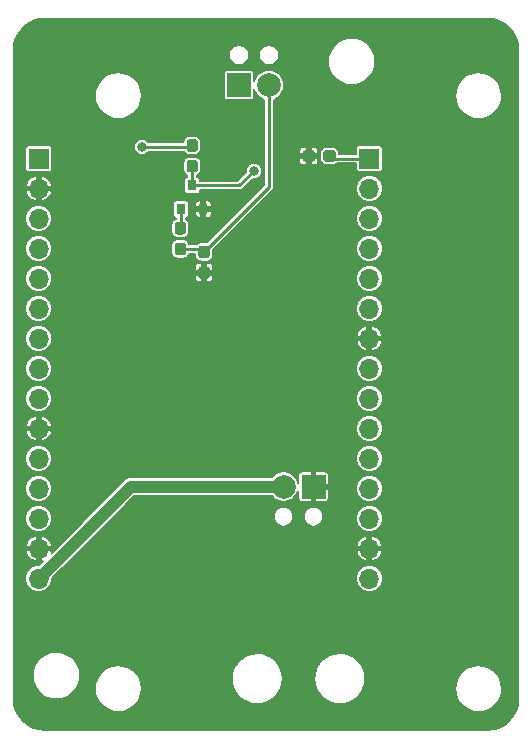
<source format=gbr>
G04 #@! TF.GenerationSoftware,KiCad,Pcbnew,(5.0.1)-3*
G04 #@! TF.CreationDate,2018-11-09T14:35:38+01:00*
G04 #@! TF.ProjectId,power_stalker_esp,706F7765725F7374616C6B65725F6573,rev?*
G04 #@! TF.SameCoordinates,Original*
G04 #@! TF.FileFunction,Copper,L1,Top,Signal*
G04 #@! TF.FilePolarity,Positive*
%FSLAX46Y46*%
G04 Gerber Fmt 4.6, Leading zero omitted, Abs format (unit mm)*
G04 Created by KiCad (PCBNEW (5.0.1)-3) date 09-Nov-18 14:35:38*
%MOMM*%
%LPD*%
G01*
G04 APERTURE LIST*
G04 #@! TA.AperFunction,Conductor*
%ADD10C,0.100000*%
G04 #@! TD*
G04 #@! TA.AperFunction,SMDPad,CuDef*
%ADD11C,0.950000*%
G04 #@! TD*
G04 #@! TA.AperFunction,ComponentPad*
%ADD12C,2.000000*%
G04 #@! TD*
G04 #@! TA.AperFunction,ComponentPad*
%ADD13R,2.000000X2.000000*%
G04 #@! TD*
G04 #@! TA.AperFunction,ComponentPad*
%ADD14O,1.700000X1.700000*%
G04 #@! TD*
G04 #@! TA.AperFunction,ComponentPad*
%ADD15R,1.700000X1.700000*%
G04 #@! TD*
G04 #@! TA.AperFunction,SMDPad,CuDef*
%ADD16R,0.800000X0.900000*%
G04 #@! TD*
G04 #@! TA.AperFunction,ViaPad*
%ADD17C,0.800000*%
G04 #@! TD*
G04 #@! TA.AperFunction,Conductor*
%ADD18C,0.250000*%
G04 #@! TD*
G04 #@! TA.AperFunction,Conductor*
%ADD19C,1.000000*%
G04 #@! TD*
G04 #@! TA.AperFunction,Conductor*
%ADD20C,0.180000*%
G04 #@! TD*
G04 APERTURE END LIST*
D10*
G04 #@! TO.N,Net-(C1-Pad1)*
G04 #@! TO.C,C1*
G36*
X92260779Y-87601144D02*
X92283834Y-87604563D01*
X92306443Y-87610227D01*
X92328387Y-87618079D01*
X92349457Y-87628044D01*
X92369448Y-87640026D01*
X92388168Y-87653910D01*
X92405438Y-87669562D01*
X92421090Y-87686832D01*
X92434974Y-87705552D01*
X92446956Y-87725543D01*
X92456921Y-87746613D01*
X92464773Y-87768557D01*
X92470437Y-87791166D01*
X92473856Y-87814221D01*
X92475000Y-87837500D01*
X92475000Y-88412500D01*
X92473856Y-88435779D01*
X92470437Y-88458834D01*
X92464773Y-88481443D01*
X92456921Y-88503387D01*
X92446956Y-88524457D01*
X92434974Y-88544448D01*
X92421090Y-88563168D01*
X92405438Y-88580438D01*
X92388168Y-88596090D01*
X92369448Y-88609974D01*
X92349457Y-88621956D01*
X92328387Y-88631921D01*
X92306443Y-88639773D01*
X92283834Y-88645437D01*
X92260779Y-88648856D01*
X92237500Y-88650000D01*
X91762500Y-88650000D01*
X91739221Y-88648856D01*
X91716166Y-88645437D01*
X91693557Y-88639773D01*
X91671613Y-88631921D01*
X91650543Y-88621956D01*
X91630552Y-88609974D01*
X91611832Y-88596090D01*
X91594562Y-88580438D01*
X91578910Y-88563168D01*
X91565026Y-88544448D01*
X91553044Y-88524457D01*
X91543079Y-88503387D01*
X91535227Y-88481443D01*
X91529563Y-88458834D01*
X91526144Y-88435779D01*
X91525000Y-88412500D01*
X91525000Y-87837500D01*
X91526144Y-87814221D01*
X91529563Y-87791166D01*
X91535227Y-87768557D01*
X91543079Y-87746613D01*
X91553044Y-87725543D01*
X91565026Y-87705552D01*
X91578910Y-87686832D01*
X91594562Y-87669562D01*
X91611832Y-87653910D01*
X91630552Y-87640026D01*
X91650543Y-87628044D01*
X91671613Y-87618079D01*
X91693557Y-87610227D01*
X91716166Y-87604563D01*
X91739221Y-87601144D01*
X91762500Y-87600000D01*
X92237500Y-87600000D01*
X92260779Y-87601144D01*
X92260779Y-87601144D01*
G37*
D11*
G04 #@! TD*
G04 #@! TO.P,C1,1*
G04 #@! TO.N,Net-(C1-Pad1)*
X92000000Y-88125000D03*
D10*
G04 #@! TO.N,GND*
G04 #@! TO.C,C1*
G36*
X92260779Y-89351144D02*
X92283834Y-89354563D01*
X92306443Y-89360227D01*
X92328387Y-89368079D01*
X92349457Y-89378044D01*
X92369448Y-89390026D01*
X92388168Y-89403910D01*
X92405438Y-89419562D01*
X92421090Y-89436832D01*
X92434974Y-89455552D01*
X92446956Y-89475543D01*
X92456921Y-89496613D01*
X92464773Y-89518557D01*
X92470437Y-89541166D01*
X92473856Y-89564221D01*
X92475000Y-89587500D01*
X92475000Y-90162500D01*
X92473856Y-90185779D01*
X92470437Y-90208834D01*
X92464773Y-90231443D01*
X92456921Y-90253387D01*
X92446956Y-90274457D01*
X92434974Y-90294448D01*
X92421090Y-90313168D01*
X92405438Y-90330438D01*
X92388168Y-90346090D01*
X92369448Y-90359974D01*
X92349457Y-90371956D01*
X92328387Y-90381921D01*
X92306443Y-90389773D01*
X92283834Y-90395437D01*
X92260779Y-90398856D01*
X92237500Y-90400000D01*
X91762500Y-90400000D01*
X91739221Y-90398856D01*
X91716166Y-90395437D01*
X91693557Y-90389773D01*
X91671613Y-90381921D01*
X91650543Y-90371956D01*
X91630552Y-90359974D01*
X91611832Y-90346090D01*
X91594562Y-90330438D01*
X91578910Y-90313168D01*
X91565026Y-90294448D01*
X91553044Y-90274457D01*
X91543079Y-90253387D01*
X91535227Y-90231443D01*
X91529563Y-90208834D01*
X91526144Y-90185779D01*
X91525000Y-90162500D01*
X91525000Y-89587500D01*
X91526144Y-89564221D01*
X91529563Y-89541166D01*
X91535227Y-89518557D01*
X91543079Y-89496613D01*
X91553044Y-89475543D01*
X91565026Y-89455552D01*
X91578910Y-89436832D01*
X91594562Y-89419562D01*
X91611832Y-89403910D01*
X91630552Y-89390026D01*
X91650543Y-89378044D01*
X91671613Y-89368079D01*
X91693557Y-89360227D01*
X91716166Y-89354563D01*
X91739221Y-89351144D01*
X91762500Y-89350000D01*
X92237500Y-89350000D01*
X92260779Y-89351144D01*
X92260779Y-89351144D01*
G37*
D11*
G04 #@! TD*
G04 #@! TO.P,C1,2*
G04 #@! TO.N,GND*
X92000000Y-89875000D03*
D12*
G04 #@! TO.P,J1,2*
G04 #@! TO.N,+5V*
X98730000Y-108000000D03*
D13*
G04 #@! TO.P,J1,1*
G04 #@! TO.N,GND*
X101270000Y-108000000D03*
G04 #@! TD*
D14*
G04 #@! TO.P,J2,15*
G04 #@! TO.N,+5V*
X78000000Y-115780000D03*
G04 #@! TO.P,J2,14*
G04 #@! TO.N,GND*
X78000000Y-113240000D03*
G04 #@! TO.P,J2,13*
G04 #@! TO.N,N/C*
X78000000Y-110700000D03*
G04 #@! TO.P,J2,12*
X78000000Y-108160000D03*
G04 #@! TO.P,J2,11*
G04 #@! TO.N,+3V3*
X78000000Y-105620000D03*
G04 #@! TO.P,J2,10*
G04 #@! TO.N,GND*
X78000000Y-103080000D03*
G04 #@! TO.P,J2,9*
G04 #@! TO.N,N/C*
X78000000Y-100540000D03*
G04 #@! TO.P,J2,8*
X78000000Y-98000000D03*
G04 #@! TO.P,J2,7*
X78000000Y-95460000D03*
G04 #@! TO.P,J2,6*
X78000000Y-92920000D03*
G04 #@! TO.P,J2,5*
X78000000Y-90380000D03*
G04 #@! TO.P,J2,4*
X78000000Y-87840000D03*
G04 #@! TO.P,J2,3*
X78000000Y-85300000D03*
G04 #@! TO.P,J2,2*
G04 #@! TO.N,GND*
X78000000Y-82760000D03*
D15*
G04 #@! TO.P,J2,1*
G04 #@! TO.N,N/C*
X78000000Y-80220000D03*
G04 #@! TD*
D14*
G04 #@! TO.P,J3,15*
G04 #@! TO.N,+3V3*
X106000000Y-115780000D03*
G04 #@! TO.P,J3,14*
G04 #@! TO.N,GND*
X106000000Y-113240000D03*
G04 #@! TO.P,J3,13*
G04 #@! TO.N,N/C*
X106000000Y-110700000D03*
G04 #@! TO.P,J3,12*
X106000000Y-108160000D03*
G04 #@! TO.P,J3,11*
X106000000Y-105620000D03*
G04 #@! TO.P,J3,10*
X106000000Y-103080000D03*
G04 #@! TO.P,J3,9*
X106000000Y-100540000D03*
G04 #@! TO.P,J3,8*
X106000000Y-98000000D03*
G04 #@! TO.P,J3,7*
G04 #@! TO.N,GND*
X106000000Y-95460000D03*
G04 #@! TO.P,J3,6*
G04 #@! TO.N,+3V3*
X106000000Y-92920000D03*
G04 #@! TO.P,J3,5*
G04 #@! TO.N,1Q3*
X106000000Y-90380000D03*
G04 #@! TO.P,J3,4*
G04 #@! TO.N,1Q2*
X106000000Y-87840000D03*
G04 #@! TO.P,J3,3*
G04 #@! TO.N,1Q1*
X106000000Y-85300000D03*
G04 #@! TO.P,J3,2*
G04 #@! TO.N,1Q0*
X106000000Y-82760000D03*
D15*
G04 #@! TO.P,J3,1*
G04 #@! TO.N,MASTER_RESET*
X106000000Y-80220000D03*
G04 #@! TD*
D13*
G04 #@! TO.P,Q1,1*
G04 #@! TO.N,+3V3*
X94960000Y-74000000D03*
D12*
G04 #@! TO.P,Q1,2*
G04 #@! TO.N,Net-(C1-Pad1)*
X97500000Y-74000000D03*
G04 #@! TD*
D16*
G04 #@! TO.P,Q2,1*
G04 #@! TO.N,Net-(Q2-Pad1)*
X90050000Y-84500000D03*
G04 #@! TO.P,Q2,2*
G04 #@! TO.N,GND*
X91950000Y-84500000D03*
G04 #@! TO.P,Q2,3*
G04 #@! TO.N,Net-(Q2-Pad3)*
X91000000Y-82500000D03*
G04 #@! TD*
D10*
G04 #@! TO.N,Net-(Q2-Pad1)*
G04 #@! TO.C,R1*
G36*
X90260779Y-85601144D02*
X90283834Y-85604563D01*
X90306443Y-85610227D01*
X90328387Y-85618079D01*
X90349457Y-85628044D01*
X90369448Y-85640026D01*
X90388168Y-85653910D01*
X90405438Y-85669562D01*
X90421090Y-85686832D01*
X90434974Y-85705552D01*
X90446956Y-85725543D01*
X90456921Y-85746613D01*
X90464773Y-85768557D01*
X90470437Y-85791166D01*
X90473856Y-85814221D01*
X90475000Y-85837500D01*
X90475000Y-86412500D01*
X90473856Y-86435779D01*
X90470437Y-86458834D01*
X90464773Y-86481443D01*
X90456921Y-86503387D01*
X90446956Y-86524457D01*
X90434974Y-86544448D01*
X90421090Y-86563168D01*
X90405438Y-86580438D01*
X90388168Y-86596090D01*
X90369448Y-86609974D01*
X90349457Y-86621956D01*
X90328387Y-86631921D01*
X90306443Y-86639773D01*
X90283834Y-86645437D01*
X90260779Y-86648856D01*
X90237500Y-86650000D01*
X89762500Y-86650000D01*
X89739221Y-86648856D01*
X89716166Y-86645437D01*
X89693557Y-86639773D01*
X89671613Y-86631921D01*
X89650543Y-86621956D01*
X89630552Y-86609974D01*
X89611832Y-86596090D01*
X89594562Y-86580438D01*
X89578910Y-86563168D01*
X89565026Y-86544448D01*
X89553044Y-86524457D01*
X89543079Y-86503387D01*
X89535227Y-86481443D01*
X89529563Y-86458834D01*
X89526144Y-86435779D01*
X89525000Y-86412500D01*
X89525000Y-85837500D01*
X89526144Y-85814221D01*
X89529563Y-85791166D01*
X89535227Y-85768557D01*
X89543079Y-85746613D01*
X89553044Y-85725543D01*
X89565026Y-85705552D01*
X89578910Y-85686832D01*
X89594562Y-85669562D01*
X89611832Y-85653910D01*
X89630552Y-85640026D01*
X89650543Y-85628044D01*
X89671613Y-85618079D01*
X89693557Y-85610227D01*
X89716166Y-85604563D01*
X89739221Y-85601144D01*
X89762500Y-85600000D01*
X90237500Y-85600000D01*
X90260779Y-85601144D01*
X90260779Y-85601144D01*
G37*
D11*
G04 #@! TD*
G04 #@! TO.P,R1,1*
G04 #@! TO.N,Net-(Q2-Pad1)*
X90000000Y-86125000D03*
D10*
G04 #@! TO.N,Net-(C1-Pad1)*
G04 #@! TO.C,R1*
G36*
X90260779Y-87351144D02*
X90283834Y-87354563D01*
X90306443Y-87360227D01*
X90328387Y-87368079D01*
X90349457Y-87378044D01*
X90369448Y-87390026D01*
X90388168Y-87403910D01*
X90405438Y-87419562D01*
X90421090Y-87436832D01*
X90434974Y-87455552D01*
X90446956Y-87475543D01*
X90456921Y-87496613D01*
X90464773Y-87518557D01*
X90470437Y-87541166D01*
X90473856Y-87564221D01*
X90475000Y-87587500D01*
X90475000Y-88162500D01*
X90473856Y-88185779D01*
X90470437Y-88208834D01*
X90464773Y-88231443D01*
X90456921Y-88253387D01*
X90446956Y-88274457D01*
X90434974Y-88294448D01*
X90421090Y-88313168D01*
X90405438Y-88330438D01*
X90388168Y-88346090D01*
X90369448Y-88359974D01*
X90349457Y-88371956D01*
X90328387Y-88381921D01*
X90306443Y-88389773D01*
X90283834Y-88395437D01*
X90260779Y-88398856D01*
X90237500Y-88400000D01*
X89762500Y-88400000D01*
X89739221Y-88398856D01*
X89716166Y-88395437D01*
X89693557Y-88389773D01*
X89671613Y-88381921D01*
X89650543Y-88371956D01*
X89630552Y-88359974D01*
X89611832Y-88346090D01*
X89594562Y-88330438D01*
X89578910Y-88313168D01*
X89565026Y-88294448D01*
X89553044Y-88274457D01*
X89543079Y-88253387D01*
X89535227Y-88231443D01*
X89529563Y-88208834D01*
X89526144Y-88185779D01*
X89525000Y-88162500D01*
X89525000Y-87587500D01*
X89526144Y-87564221D01*
X89529563Y-87541166D01*
X89535227Y-87518557D01*
X89543079Y-87496613D01*
X89553044Y-87475543D01*
X89565026Y-87455552D01*
X89578910Y-87436832D01*
X89594562Y-87419562D01*
X89611832Y-87403910D01*
X89630552Y-87390026D01*
X89650543Y-87378044D01*
X89671613Y-87368079D01*
X89693557Y-87360227D01*
X89716166Y-87354563D01*
X89739221Y-87351144D01*
X89762500Y-87350000D01*
X90237500Y-87350000D01*
X90260779Y-87351144D01*
X90260779Y-87351144D01*
G37*
D11*
G04 #@! TD*
G04 #@! TO.P,R1,2*
G04 #@! TO.N,Net-(C1-Pad1)*
X90000000Y-87875000D03*
D10*
G04 #@! TO.N,+3V3*
G04 #@! TO.C,R2*
G36*
X91260779Y-78601144D02*
X91283834Y-78604563D01*
X91306443Y-78610227D01*
X91328387Y-78618079D01*
X91349457Y-78628044D01*
X91369448Y-78640026D01*
X91388168Y-78653910D01*
X91405438Y-78669562D01*
X91421090Y-78686832D01*
X91434974Y-78705552D01*
X91446956Y-78725543D01*
X91456921Y-78746613D01*
X91464773Y-78768557D01*
X91470437Y-78791166D01*
X91473856Y-78814221D01*
X91475000Y-78837500D01*
X91475000Y-79412500D01*
X91473856Y-79435779D01*
X91470437Y-79458834D01*
X91464773Y-79481443D01*
X91456921Y-79503387D01*
X91446956Y-79524457D01*
X91434974Y-79544448D01*
X91421090Y-79563168D01*
X91405438Y-79580438D01*
X91388168Y-79596090D01*
X91369448Y-79609974D01*
X91349457Y-79621956D01*
X91328387Y-79631921D01*
X91306443Y-79639773D01*
X91283834Y-79645437D01*
X91260779Y-79648856D01*
X91237500Y-79650000D01*
X90762500Y-79650000D01*
X90739221Y-79648856D01*
X90716166Y-79645437D01*
X90693557Y-79639773D01*
X90671613Y-79631921D01*
X90650543Y-79621956D01*
X90630552Y-79609974D01*
X90611832Y-79596090D01*
X90594562Y-79580438D01*
X90578910Y-79563168D01*
X90565026Y-79544448D01*
X90553044Y-79524457D01*
X90543079Y-79503387D01*
X90535227Y-79481443D01*
X90529563Y-79458834D01*
X90526144Y-79435779D01*
X90525000Y-79412500D01*
X90525000Y-78837500D01*
X90526144Y-78814221D01*
X90529563Y-78791166D01*
X90535227Y-78768557D01*
X90543079Y-78746613D01*
X90553044Y-78725543D01*
X90565026Y-78705552D01*
X90578910Y-78686832D01*
X90594562Y-78669562D01*
X90611832Y-78653910D01*
X90630552Y-78640026D01*
X90650543Y-78628044D01*
X90671613Y-78618079D01*
X90693557Y-78610227D01*
X90716166Y-78604563D01*
X90739221Y-78601144D01*
X90762500Y-78600000D01*
X91237500Y-78600000D01*
X91260779Y-78601144D01*
X91260779Y-78601144D01*
G37*
D11*
G04 #@! TD*
G04 #@! TO.P,R2,2*
G04 #@! TO.N,+3V3*
X91000000Y-79125000D03*
D10*
G04 #@! TO.N,Net-(Q2-Pad3)*
G04 #@! TO.C,R2*
G36*
X91260779Y-80351144D02*
X91283834Y-80354563D01*
X91306443Y-80360227D01*
X91328387Y-80368079D01*
X91349457Y-80378044D01*
X91369448Y-80390026D01*
X91388168Y-80403910D01*
X91405438Y-80419562D01*
X91421090Y-80436832D01*
X91434974Y-80455552D01*
X91446956Y-80475543D01*
X91456921Y-80496613D01*
X91464773Y-80518557D01*
X91470437Y-80541166D01*
X91473856Y-80564221D01*
X91475000Y-80587500D01*
X91475000Y-81162500D01*
X91473856Y-81185779D01*
X91470437Y-81208834D01*
X91464773Y-81231443D01*
X91456921Y-81253387D01*
X91446956Y-81274457D01*
X91434974Y-81294448D01*
X91421090Y-81313168D01*
X91405438Y-81330438D01*
X91388168Y-81346090D01*
X91369448Y-81359974D01*
X91349457Y-81371956D01*
X91328387Y-81381921D01*
X91306443Y-81389773D01*
X91283834Y-81395437D01*
X91260779Y-81398856D01*
X91237500Y-81400000D01*
X90762500Y-81400000D01*
X90739221Y-81398856D01*
X90716166Y-81395437D01*
X90693557Y-81389773D01*
X90671613Y-81381921D01*
X90650543Y-81371956D01*
X90630552Y-81359974D01*
X90611832Y-81346090D01*
X90594562Y-81330438D01*
X90578910Y-81313168D01*
X90565026Y-81294448D01*
X90553044Y-81274457D01*
X90543079Y-81253387D01*
X90535227Y-81231443D01*
X90529563Y-81208834D01*
X90526144Y-81185779D01*
X90525000Y-81162500D01*
X90525000Y-80587500D01*
X90526144Y-80564221D01*
X90529563Y-80541166D01*
X90535227Y-80518557D01*
X90543079Y-80496613D01*
X90553044Y-80475543D01*
X90565026Y-80455552D01*
X90578910Y-80436832D01*
X90594562Y-80419562D01*
X90611832Y-80403910D01*
X90630552Y-80390026D01*
X90650543Y-80378044D01*
X90671613Y-80368079D01*
X90693557Y-80360227D01*
X90716166Y-80354563D01*
X90739221Y-80351144D01*
X90762500Y-80350000D01*
X91237500Y-80350000D01*
X91260779Y-80351144D01*
X91260779Y-80351144D01*
G37*
D11*
G04 #@! TD*
G04 #@! TO.P,R2,1*
G04 #@! TO.N,Net-(Q2-Pad3)*
X91000000Y-80875000D03*
D10*
G04 #@! TO.N,GND*
G04 #@! TO.C,R3*
G36*
X101185779Y-79526144D02*
X101208834Y-79529563D01*
X101231443Y-79535227D01*
X101253387Y-79543079D01*
X101274457Y-79553044D01*
X101294448Y-79565026D01*
X101313168Y-79578910D01*
X101330438Y-79594562D01*
X101346090Y-79611832D01*
X101359974Y-79630552D01*
X101371956Y-79650543D01*
X101381921Y-79671613D01*
X101389773Y-79693557D01*
X101395437Y-79716166D01*
X101398856Y-79739221D01*
X101400000Y-79762500D01*
X101400000Y-80237500D01*
X101398856Y-80260779D01*
X101395437Y-80283834D01*
X101389773Y-80306443D01*
X101381921Y-80328387D01*
X101371956Y-80349457D01*
X101359974Y-80369448D01*
X101346090Y-80388168D01*
X101330438Y-80405438D01*
X101313168Y-80421090D01*
X101294448Y-80434974D01*
X101274457Y-80446956D01*
X101253387Y-80456921D01*
X101231443Y-80464773D01*
X101208834Y-80470437D01*
X101185779Y-80473856D01*
X101162500Y-80475000D01*
X100587500Y-80475000D01*
X100564221Y-80473856D01*
X100541166Y-80470437D01*
X100518557Y-80464773D01*
X100496613Y-80456921D01*
X100475543Y-80446956D01*
X100455552Y-80434974D01*
X100436832Y-80421090D01*
X100419562Y-80405438D01*
X100403910Y-80388168D01*
X100390026Y-80369448D01*
X100378044Y-80349457D01*
X100368079Y-80328387D01*
X100360227Y-80306443D01*
X100354563Y-80283834D01*
X100351144Y-80260779D01*
X100350000Y-80237500D01*
X100350000Y-79762500D01*
X100351144Y-79739221D01*
X100354563Y-79716166D01*
X100360227Y-79693557D01*
X100368079Y-79671613D01*
X100378044Y-79650543D01*
X100390026Y-79630552D01*
X100403910Y-79611832D01*
X100419562Y-79594562D01*
X100436832Y-79578910D01*
X100455552Y-79565026D01*
X100475543Y-79553044D01*
X100496613Y-79543079D01*
X100518557Y-79535227D01*
X100541166Y-79529563D01*
X100564221Y-79526144D01*
X100587500Y-79525000D01*
X101162500Y-79525000D01*
X101185779Y-79526144D01*
X101185779Y-79526144D01*
G37*
D11*
G04 #@! TD*
G04 #@! TO.P,R3,1*
G04 #@! TO.N,GND*
X100875000Y-80000000D03*
D10*
G04 #@! TO.N,MASTER_RESET*
G04 #@! TO.C,R3*
G36*
X102935779Y-79526144D02*
X102958834Y-79529563D01*
X102981443Y-79535227D01*
X103003387Y-79543079D01*
X103024457Y-79553044D01*
X103044448Y-79565026D01*
X103063168Y-79578910D01*
X103080438Y-79594562D01*
X103096090Y-79611832D01*
X103109974Y-79630552D01*
X103121956Y-79650543D01*
X103131921Y-79671613D01*
X103139773Y-79693557D01*
X103145437Y-79716166D01*
X103148856Y-79739221D01*
X103150000Y-79762500D01*
X103150000Y-80237500D01*
X103148856Y-80260779D01*
X103145437Y-80283834D01*
X103139773Y-80306443D01*
X103131921Y-80328387D01*
X103121956Y-80349457D01*
X103109974Y-80369448D01*
X103096090Y-80388168D01*
X103080438Y-80405438D01*
X103063168Y-80421090D01*
X103044448Y-80434974D01*
X103024457Y-80446956D01*
X103003387Y-80456921D01*
X102981443Y-80464773D01*
X102958834Y-80470437D01*
X102935779Y-80473856D01*
X102912500Y-80475000D01*
X102337500Y-80475000D01*
X102314221Y-80473856D01*
X102291166Y-80470437D01*
X102268557Y-80464773D01*
X102246613Y-80456921D01*
X102225543Y-80446956D01*
X102205552Y-80434974D01*
X102186832Y-80421090D01*
X102169562Y-80405438D01*
X102153910Y-80388168D01*
X102140026Y-80369448D01*
X102128044Y-80349457D01*
X102118079Y-80328387D01*
X102110227Y-80306443D01*
X102104563Y-80283834D01*
X102101144Y-80260779D01*
X102100000Y-80237500D01*
X102100000Y-79762500D01*
X102101144Y-79739221D01*
X102104563Y-79716166D01*
X102110227Y-79693557D01*
X102118079Y-79671613D01*
X102128044Y-79650543D01*
X102140026Y-79630552D01*
X102153910Y-79611832D01*
X102169562Y-79594562D01*
X102186832Y-79578910D01*
X102205552Y-79565026D01*
X102225543Y-79553044D01*
X102246613Y-79543079D01*
X102268557Y-79535227D01*
X102291166Y-79529563D01*
X102314221Y-79526144D01*
X102337500Y-79525000D01*
X102912500Y-79525000D01*
X102935779Y-79526144D01*
X102935779Y-79526144D01*
G37*
D11*
G04 #@! TD*
G04 #@! TO.P,R3,2*
G04 #@! TO.N,MASTER_RESET*
X102625000Y-80000000D03*
D17*
G04 #@! TO.N,GND*
X115000000Y-80000000D03*
X115000000Y-85000000D03*
X115000000Y-90000000D03*
X115000000Y-95000000D03*
X115000000Y-100000000D03*
X115000000Y-105000000D03*
X115000000Y-110000000D03*
X115000000Y-115000000D03*
X115000000Y-120000000D03*
X110000000Y-120000000D03*
X110000000Y-125000000D03*
X110000000Y-115000000D03*
X110000000Y-110000000D03*
X110000000Y-105000000D03*
X110000000Y-100000000D03*
X110000000Y-95000000D03*
X110000000Y-90000000D03*
X110000000Y-85000000D03*
X110000000Y-80000000D03*
X110000000Y-75000000D03*
X110000000Y-70000000D03*
X105000000Y-120000000D03*
X100000000Y-120000000D03*
X95000000Y-120000000D03*
X90000000Y-120000000D03*
X85000000Y-120000000D03*
X80000000Y-120000000D03*
X90000000Y-125000000D03*
X100000000Y-125000000D03*
X85000000Y-115000000D03*
X90000000Y-110000000D03*
X85000000Y-105000000D03*
X90000000Y-105000000D03*
X95000000Y-105000000D03*
X95000000Y-100000000D03*
X90000000Y-100000000D03*
X100000000Y-100000000D03*
X100000000Y-95000000D03*
X95000000Y-95000000D03*
X90000000Y-95000000D03*
X85000000Y-95000000D03*
X80000000Y-95000000D03*
X80000000Y-90000000D03*
X85000000Y-90000000D03*
X85000000Y-85000000D03*
X80000000Y-85000000D03*
X80000000Y-80000000D03*
X85000000Y-80000000D03*
X80000000Y-75000000D03*
X85000000Y-70000000D03*
X80000000Y-70000000D03*
X90000000Y-70000000D03*
X95000000Y-70000000D03*
X100000000Y-70000000D03*
X100000000Y-75000000D03*
X105000000Y-75000000D03*
X115000000Y-70000000D03*
G04 #@! TO.N,+3V3*
X86750000Y-79250000D03*
G04 #@! TO.N,Net-(Q2-Pad3)*
X96250000Y-81250000D03*
G04 #@! TD*
D18*
G04 #@! TO.N,Net-(C1-Pad1)*
X91750000Y-87875000D02*
X92000000Y-88125000D01*
X90000000Y-87875000D02*
X91750000Y-87875000D01*
X97500000Y-82625000D02*
X97500000Y-74000000D01*
X92000000Y-88125000D02*
X97500000Y-82625000D01*
D19*
G04 #@! TO.N,+5V*
X85780000Y-108000000D02*
X78000000Y-115780000D01*
X98730000Y-108000000D02*
X85780000Y-108000000D01*
D18*
G04 #@! TO.N,+3V3*
X90875000Y-79250000D02*
X91000000Y-79125000D01*
X86750000Y-79250000D02*
X90875000Y-79250000D01*
G04 #@! TO.N,MASTER_RESET*
X102845000Y-80220000D02*
X102625000Y-80000000D01*
X106000000Y-80220000D02*
X102845000Y-80220000D01*
G04 #@! TO.N,Net-(Q2-Pad1)*
X90050000Y-86075000D02*
X90000000Y-86125000D01*
X90050000Y-84500000D02*
X90050000Y-86075000D01*
G04 #@! TO.N,Net-(Q2-Pad3)*
X91000000Y-80875000D02*
X91000000Y-82500000D01*
X91000000Y-82500000D02*
X95000000Y-82500000D01*
X95000000Y-82500000D02*
X96250000Y-81250000D01*
G04 #@! TD*
D20*
G04 #@! TO.N,GND*
G36*
X116506589Y-68441543D02*
X116993880Y-68588664D01*
X117443317Y-68827633D01*
X117837777Y-69149347D01*
X118162239Y-69541554D01*
X118404339Y-69989309D01*
X118554859Y-70475559D01*
X118609998Y-71000174D01*
X118610000Y-71000785D01*
X118610001Y-125980913D01*
X118558457Y-126506589D01*
X118411336Y-126993880D01*
X118172366Y-127443319D01*
X117850651Y-127837780D01*
X117458449Y-128162237D01*
X117010693Y-128404337D01*
X116524441Y-128554859D01*
X115999826Y-128609998D01*
X115999215Y-128610000D01*
X78519077Y-128610000D01*
X77993411Y-128558457D01*
X77506120Y-128411336D01*
X77056681Y-128172366D01*
X76662220Y-127850651D01*
X76337763Y-127458449D01*
X76095663Y-127010693D01*
X75945141Y-126524441D01*
X75890002Y-125999826D01*
X75890000Y-125999215D01*
X75890000Y-124028064D01*
X77490196Y-124028064D01*
X77533923Y-124417902D01*
X77652538Y-124791823D01*
X77841522Y-125135584D01*
X78093677Y-125436090D01*
X78399398Y-125681896D01*
X78747041Y-125863640D01*
X79123364Y-125974397D01*
X79514032Y-126009951D01*
X79904167Y-125968946D01*
X80278906Y-125852945D01*
X80623978Y-125666366D01*
X80926237Y-125416315D01*
X81161613Y-125127715D01*
X82765193Y-125127715D01*
X82808377Y-125512705D01*
X82925516Y-125881975D01*
X83112150Y-126221460D01*
X83361168Y-126518228D01*
X83663087Y-126760977D01*
X84006406Y-126940460D01*
X84378048Y-127049840D01*
X84763858Y-127084952D01*
X85149140Y-127044457D01*
X85519218Y-126929898D01*
X85859998Y-126745640D01*
X86158498Y-126498699D01*
X86403349Y-126198482D01*
X86585224Y-125856425D01*
X86697196Y-125485555D01*
X86735000Y-125100000D01*
X86734226Y-125044576D01*
X86685671Y-124660226D01*
X86563388Y-124292628D01*
X86556305Y-124280158D01*
X94340211Y-124280158D01*
X94387201Y-124699089D01*
X94514668Y-125100915D01*
X94717755Y-125470329D01*
X94988727Y-125793261D01*
X95317263Y-126057411D01*
X95690850Y-126252717D01*
X96095256Y-126371740D01*
X96515080Y-126409947D01*
X96934328Y-126365883D01*
X97337034Y-126241224D01*
X97707857Y-126040721D01*
X98032673Y-125772010D01*
X98299110Y-125445326D01*
X98497019Y-125073112D01*
X98618863Y-124669546D01*
X98657042Y-124280158D01*
X101340211Y-124280158D01*
X101387201Y-124699089D01*
X101514668Y-125100915D01*
X101717755Y-125470329D01*
X101988727Y-125793261D01*
X102317263Y-126057411D01*
X102690850Y-126252717D01*
X103095256Y-126371740D01*
X103515080Y-126409947D01*
X103934328Y-126365883D01*
X104337034Y-126241224D01*
X104707857Y-126040721D01*
X105032673Y-125772010D01*
X105299110Y-125445326D01*
X105467986Y-125127715D01*
X113265193Y-125127715D01*
X113308377Y-125512705D01*
X113425516Y-125881975D01*
X113612150Y-126221460D01*
X113861168Y-126518228D01*
X114163087Y-126760977D01*
X114506406Y-126940460D01*
X114878048Y-127049840D01*
X115263858Y-127084952D01*
X115649140Y-127044457D01*
X116019218Y-126929898D01*
X116359998Y-126745640D01*
X116658498Y-126498699D01*
X116903349Y-126198482D01*
X117085224Y-125856425D01*
X117197196Y-125485555D01*
X117235000Y-125100000D01*
X117234226Y-125044576D01*
X117185671Y-124660226D01*
X117063388Y-124292628D01*
X116872033Y-123955782D01*
X116618895Y-123662519D01*
X116313616Y-123424009D01*
X115967825Y-123249337D01*
X115594692Y-123145157D01*
X115208429Y-123115435D01*
X114823750Y-123161306D01*
X114455307Y-123281020D01*
X114117134Y-123470019D01*
X113822110Y-123721103D01*
X113581475Y-124024709D01*
X113404394Y-124369273D01*
X113297611Y-124741669D01*
X113265193Y-125127715D01*
X105467986Y-125127715D01*
X105497019Y-125073112D01*
X105618863Y-124669546D01*
X105660000Y-124250000D01*
X105659158Y-124189689D01*
X105606323Y-123771455D01*
X105473258Y-123371449D01*
X105265033Y-123004906D01*
X104989578Y-122685789D01*
X104657386Y-122426252D01*
X104281109Y-122236181D01*
X103875080Y-122122815D01*
X103454764Y-122090474D01*
X103036172Y-122140388D01*
X102635246Y-122270657D01*
X102267259Y-122476318D01*
X101946226Y-122749538D01*
X101684376Y-123079910D01*
X101491683Y-123454851D01*
X101375486Y-123860079D01*
X101340211Y-124280158D01*
X98657042Y-124280158D01*
X98660000Y-124250000D01*
X98659158Y-124189689D01*
X98606323Y-123771455D01*
X98473258Y-123371449D01*
X98265033Y-123004906D01*
X97989578Y-122685789D01*
X97657386Y-122426252D01*
X97281109Y-122236181D01*
X96875080Y-122122815D01*
X96454764Y-122090474D01*
X96036172Y-122140388D01*
X95635246Y-122270657D01*
X95267259Y-122476318D01*
X94946226Y-122749538D01*
X94684376Y-123079910D01*
X94491683Y-123454851D01*
X94375486Y-123860079D01*
X94340211Y-124280158D01*
X86556305Y-124280158D01*
X86372033Y-123955782D01*
X86118895Y-123662519D01*
X85813616Y-123424009D01*
X85467825Y-123249337D01*
X85094692Y-123145157D01*
X84708429Y-123115435D01*
X84323750Y-123161306D01*
X83955307Y-123281020D01*
X83617134Y-123470019D01*
X83322110Y-123721103D01*
X83081475Y-124024709D01*
X82904394Y-124369273D01*
X82797611Y-124741669D01*
X82765193Y-125127715D01*
X81161613Y-125127715D01*
X81174172Y-125112317D01*
X81358338Y-124765951D01*
X81471720Y-124390411D01*
X81510000Y-124000000D01*
X81509216Y-123943878D01*
X81460050Y-123554688D01*
X81336226Y-123182459D01*
X81142461Y-122841371D01*
X80886135Y-122544415D01*
X80577012Y-122302901D01*
X80226865Y-122126029D01*
X79849033Y-122020536D01*
X79457906Y-121990441D01*
X79068382Y-122036889D01*
X78695298Y-122158111D01*
X78352866Y-122349490D01*
X78054127Y-122603737D01*
X77810461Y-122911166D01*
X77631149Y-123260070D01*
X77523021Y-123637157D01*
X77490196Y-124028064D01*
X75890000Y-124028064D01*
X75890000Y-115780000D01*
X76854485Y-115780000D01*
X76876496Y-116003479D01*
X76941682Y-116218370D01*
X77047539Y-116416414D01*
X77189999Y-116590001D01*
X77363586Y-116732461D01*
X77561630Y-116838318D01*
X77776521Y-116903504D01*
X77944006Y-116920000D01*
X78055994Y-116920000D01*
X78223479Y-116903504D01*
X78438370Y-116838318D01*
X78636414Y-116732461D01*
X78810001Y-116590001D01*
X78952461Y-116416414D01*
X79058318Y-116218370D01*
X79123504Y-116003479D01*
X79145515Y-115780000D01*
X104854485Y-115780000D01*
X104876496Y-116003479D01*
X104941682Y-116218370D01*
X105047539Y-116416414D01*
X105189999Y-116590001D01*
X105363586Y-116732461D01*
X105561630Y-116838318D01*
X105776521Y-116903504D01*
X105944006Y-116920000D01*
X106055994Y-116920000D01*
X106223479Y-116903504D01*
X106438370Y-116838318D01*
X106636414Y-116732461D01*
X106810001Y-116590001D01*
X106952461Y-116416414D01*
X107058318Y-116218370D01*
X107123504Y-116003479D01*
X107145515Y-115780000D01*
X107123504Y-115556521D01*
X107058318Y-115341630D01*
X106952461Y-115143586D01*
X106810001Y-114969999D01*
X106636414Y-114827539D01*
X106438370Y-114721682D01*
X106223479Y-114656496D01*
X106055994Y-114640000D01*
X105944006Y-114640000D01*
X105776521Y-114656496D01*
X105561630Y-114721682D01*
X105363586Y-114827539D01*
X105189999Y-114969999D01*
X105047539Y-115143586D01*
X104941682Y-115341630D01*
X104876496Y-115556521D01*
X104854485Y-115780000D01*
X79145515Y-115780000D01*
X79142979Y-115754249D01*
X81318767Y-113578461D01*
X104911403Y-113578461D01*
X104990912Y-113770432D01*
X105113783Y-113957103D01*
X105270711Y-114116216D01*
X105455665Y-114241657D01*
X105661538Y-114328605D01*
X105836000Y-114295650D01*
X105836000Y-113404000D01*
X106164000Y-113404000D01*
X106164000Y-114295650D01*
X106338462Y-114328605D01*
X106544335Y-114241657D01*
X106729289Y-114116216D01*
X106886217Y-113957103D01*
X107009088Y-113770432D01*
X107088597Y-113578461D01*
X107054827Y-113404000D01*
X106164000Y-113404000D01*
X105836000Y-113404000D01*
X104945173Y-113404000D01*
X104911403Y-113578461D01*
X81318767Y-113578461D01*
X81995689Y-112901539D01*
X104911403Y-112901539D01*
X104945173Y-113076000D01*
X105836000Y-113076000D01*
X105836000Y-112184350D01*
X106164000Y-112184350D01*
X106164000Y-113076000D01*
X107054827Y-113076000D01*
X107088597Y-112901539D01*
X107009088Y-112709568D01*
X106886217Y-112522897D01*
X106729289Y-112363784D01*
X106544335Y-112238343D01*
X106338462Y-112151395D01*
X106164000Y-112184350D01*
X105836000Y-112184350D01*
X105661538Y-112151395D01*
X105455665Y-112238343D01*
X105270711Y-112363784D01*
X105113783Y-112522897D01*
X104990912Y-112709568D01*
X104911403Y-112901539D01*
X81995689Y-112901539D01*
X84439961Y-110457267D01*
X97890000Y-110457267D01*
X97890000Y-110622733D01*
X97922281Y-110785019D01*
X97985602Y-110937889D01*
X98077530Y-111075469D01*
X98194531Y-111192470D01*
X98332111Y-111284398D01*
X98484981Y-111347719D01*
X98647267Y-111380000D01*
X98812733Y-111380000D01*
X98975019Y-111347719D01*
X99127889Y-111284398D01*
X99265469Y-111192470D01*
X99382470Y-111075469D01*
X99474398Y-110937889D01*
X99537719Y-110785019D01*
X99570000Y-110622733D01*
X99570000Y-110457267D01*
X100430000Y-110457267D01*
X100430000Y-110622733D01*
X100462281Y-110785019D01*
X100525602Y-110937889D01*
X100617530Y-111075469D01*
X100734531Y-111192470D01*
X100872111Y-111284398D01*
X101024981Y-111347719D01*
X101187267Y-111380000D01*
X101352733Y-111380000D01*
X101515019Y-111347719D01*
X101667889Y-111284398D01*
X101805469Y-111192470D01*
X101922470Y-111075469D01*
X102014398Y-110937889D01*
X102077719Y-110785019D01*
X102094630Y-110700000D01*
X104854485Y-110700000D01*
X104876496Y-110923479D01*
X104941682Y-111138370D01*
X105047539Y-111336414D01*
X105189999Y-111510001D01*
X105363586Y-111652461D01*
X105561630Y-111758318D01*
X105776521Y-111823504D01*
X105944006Y-111840000D01*
X106055994Y-111840000D01*
X106223479Y-111823504D01*
X106438370Y-111758318D01*
X106636414Y-111652461D01*
X106810001Y-111510001D01*
X106952461Y-111336414D01*
X107058318Y-111138370D01*
X107123504Y-110923479D01*
X107145515Y-110700000D01*
X107123504Y-110476521D01*
X107058318Y-110261630D01*
X106952461Y-110063586D01*
X106810001Y-109889999D01*
X106636414Y-109747539D01*
X106438370Y-109641682D01*
X106223479Y-109576496D01*
X106055994Y-109560000D01*
X105944006Y-109560000D01*
X105776521Y-109576496D01*
X105561630Y-109641682D01*
X105363586Y-109747539D01*
X105189999Y-109889999D01*
X105047539Y-110063586D01*
X104941682Y-110261630D01*
X104876496Y-110476521D01*
X104854485Y-110700000D01*
X102094630Y-110700000D01*
X102110000Y-110622733D01*
X102110000Y-110457267D01*
X102077719Y-110294981D01*
X102014398Y-110142111D01*
X101922470Y-110004531D01*
X101805469Y-109887530D01*
X101667889Y-109795602D01*
X101515019Y-109732281D01*
X101352733Y-109700000D01*
X101187267Y-109700000D01*
X101024981Y-109732281D01*
X100872111Y-109795602D01*
X100734531Y-109887530D01*
X100617530Y-110004531D01*
X100525602Y-110142111D01*
X100462281Y-110294981D01*
X100430000Y-110457267D01*
X99570000Y-110457267D01*
X99537719Y-110294981D01*
X99474398Y-110142111D01*
X99382470Y-110004531D01*
X99265469Y-109887530D01*
X99127889Y-109795602D01*
X98975019Y-109732281D01*
X98812733Y-109700000D01*
X98647267Y-109700000D01*
X98484981Y-109732281D01*
X98332111Y-109795602D01*
X98194531Y-109887530D01*
X98077530Y-110004531D01*
X97985602Y-110142111D01*
X97922281Y-110294981D01*
X97890000Y-110457267D01*
X84439961Y-110457267D01*
X86107229Y-108790000D01*
X97706391Y-108790000D01*
X97727991Y-108822327D01*
X97907673Y-109002009D01*
X98118956Y-109143183D01*
X98353721Y-109240426D01*
X98602946Y-109290000D01*
X98857054Y-109290000D01*
X99106279Y-109240426D01*
X99341044Y-109143183D01*
X99552327Y-109002009D01*
X99732009Y-108822327D01*
X99873183Y-108611044D01*
X99970426Y-108376279D01*
X99980000Y-108328147D01*
X99980000Y-109028563D01*
X99991145Y-109084590D01*
X100013006Y-109137367D01*
X100044743Y-109184865D01*
X100085136Y-109225258D01*
X100132634Y-109256995D01*
X100185411Y-109278856D01*
X100241438Y-109290000D01*
X101033500Y-109290000D01*
X101106000Y-109217500D01*
X101106000Y-108164000D01*
X101434000Y-108164000D01*
X101434000Y-109217500D01*
X101506500Y-109290000D01*
X102298562Y-109290000D01*
X102354589Y-109278856D01*
X102407366Y-109256995D01*
X102454864Y-109225258D01*
X102495257Y-109184865D01*
X102526994Y-109137367D01*
X102548855Y-109084590D01*
X102560000Y-109028563D01*
X102560000Y-108236500D01*
X102487500Y-108164000D01*
X101434000Y-108164000D01*
X101106000Y-108164000D01*
X101086000Y-108164000D01*
X101086000Y-108160000D01*
X104854485Y-108160000D01*
X104876496Y-108383479D01*
X104941682Y-108598370D01*
X105047539Y-108796414D01*
X105189999Y-108970001D01*
X105363586Y-109112461D01*
X105561630Y-109218318D01*
X105776521Y-109283504D01*
X105944006Y-109300000D01*
X106055994Y-109300000D01*
X106223479Y-109283504D01*
X106438370Y-109218318D01*
X106636414Y-109112461D01*
X106810001Y-108970001D01*
X106952461Y-108796414D01*
X107058318Y-108598370D01*
X107123504Y-108383479D01*
X107145515Y-108160000D01*
X107123504Y-107936521D01*
X107058318Y-107721630D01*
X106952461Y-107523586D01*
X106810001Y-107349999D01*
X106636414Y-107207539D01*
X106438370Y-107101682D01*
X106223479Y-107036496D01*
X106055994Y-107020000D01*
X105944006Y-107020000D01*
X105776521Y-107036496D01*
X105561630Y-107101682D01*
X105363586Y-107207539D01*
X105189999Y-107349999D01*
X105047539Y-107523586D01*
X104941682Y-107721630D01*
X104876496Y-107936521D01*
X104854485Y-108160000D01*
X101086000Y-108160000D01*
X101086000Y-107836000D01*
X101106000Y-107836000D01*
X101106000Y-106782500D01*
X101434000Y-106782500D01*
X101434000Y-107836000D01*
X102487500Y-107836000D01*
X102560000Y-107763500D01*
X102560000Y-106971437D01*
X102548855Y-106915410D01*
X102526994Y-106862633D01*
X102495257Y-106815135D01*
X102454864Y-106774742D01*
X102407366Y-106743005D01*
X102354589Y-106721144D01*
X102298562Y-106710000D01*
X101506500Y-106710000D01*
X101434000Y-106782500D01*
X101106000Y-106782500D01*
X101033500Y-106710000D01*
X100241438Y-106710000D01*
X100185411Y-106721144D01*
X100132634Y-106743005D01*
X100085136Y-106774742D01*
X100044743Y-106815135D01*
X100013006Y-106862633D01*
X99991145Y-106915410D01*
X99980000Y-106971437D01*
X99980000Y-107671853D01*
X99970426Y-107623721D01*
X99873183Y-107388956D01*
X99732009Y-107177673D01*
X99552327Y-106997991D01*
X99341044Y-106856817D01*
X99106279Y-106759574D01*
X98857054Y-106710000D01*
X98602946Y-106710000D01*
X98353721Y-106759574D01*
X98118956Y-106856817D01*
X97907673Y-106997991D01*
X97727991Y-107177673D01*
X97706391Y-107210000D01*
X85818806Y-107210000D01*
X85780000Y-107206178D01*
X85741194Y-107210000D01*
X85625133Y-107221431D01*
X85476217Y-107266604D01*
X85338976Y-107339961D01*
X85218683Y-107438683D01*
X85193946Y-107468825D01*
X79087902Y-113574870D01*
X79054827Y-113404000D01*
X78164000Y-113404000D01*
X78164000Y-114295650D01*
X78334849Y-114327923D01*
X78022772Y-114640000D01*
X77944006Y-114640000D01*
X77776521Y-114656496D01*
X77561630Y-114721682D01*
X77363586Y-114827539D01*
X77189999Y-114969999D01*
X77047539Y-115143586D01*
X76941682Y-115341630D01*
X76876496Y-115556521D01*
X76854485Y-115780000D01*
X75890000Y-115780000D01*
X75890000Y-113578461D01*
X76911403Y-113578461D01*
X76990912Y-113770432D01*
X77113783Y-113957103D01*
X77270711Y-114116216D01*
X77455665Y-114241657D01*
X77661538Y-114328605D01*
X77836000Y-114295650D01*
X77836000Y-113404000D01*
X76945173Y-113404000D01*
X76911403Y-113578461D01*
X75890000Y-113578461D01*
X75890000Y-112901539D01*
X76911403Y-112901539D01*
X76945173Y-113076000D01*
X77836000Y-113076000D01*
X77836000Y-112184350D01*
X78164000Y-112184350D01*
X78164000Y-113076000D01*
X79054827Y-113076000D01*
X79088597Y-112901539D01*
X79009088Y-112709568D01*
X78886217Y-112522897D01*
X78729289Y-112363784D01*
X78544335Y-112238343D01*
X78338462Y-112151395D01*
X78164000Y-112184350D01*
X77836000Y-112184350D01*
X77661538Y-112151395D01*
X77455665Y-112238343D01*
X77270711Y-112363784D01*
X77113783Y-112522897D01*
X76990912Y-112709568D01*
X76911403Y-112901539D01*
X75890000Y-112901539D01*
X75890000Y-110700000D01*
X76854485Y-110700000D01*
X76876496Y-110923479D01*
X76941682Y-111138370D01*
X77047539Y-111336414D01*
X77189999Y-111510001D01*
X77363586Y-111652461D01*
X77561630Y-111758318D01*
X77776521Y-111823504D01*
X77944006Y-111840000D01*
X78055994Y-111840000D01*
X78223479Y-111823504D01*
X78438370Y-111758318D01*
X78636414Y-111652461D01*
X78810001Y-111510001D01*
X78952461Y-111336414D01*
X79058318Y-111138370D01*
X79123504Y-110923479D01*
X79145515Y-110700000D01*
X79123504Y-110476521D01*
X79058318Y-110261630D01*
X78952461Y-110063586D01*
X78810001Y-109889999D01*
X78636414Y-109747539D01*
X78438370Y-109641682D01*
X78223479Y-109576496D01*
X78055994Y-109560000D01*
X77944006Y-109560000D01*
X77776521Y-109576496D01*
X77561630Y-109641682D01*
X77363586Y-109747539D01*
X77189999Y-109889999D01*
X77047539Y-110063586D01*
X76941682Y-110261630D01*
X76876496Y-110476521D01*
X76854485Y-110700000D01*
X75890000Y-110700000D01*
X75890000Y-108160000D01*
X76854485Y-108160000D01*
X76876496Y-108383479D01*
X76941682Y-108598370D01*
X77047539Y-108796414D01*
X77189999Y-108970001D01*
X77363586Y-109112461D01*
X77561630Y-109218318D01*
X77776521Y-109283504D01*
X77944006Y-109300000D01*
X78055994Y-109300000D01*
X78223479Y-109283504D01*
X78438370Y-109218318D01*
X78636414Y-109112461D01*
X78810001Y-108970001D01*
X78952461Y-108796414D01*
X79058318Y-108598370D01*
X79123504Y-108383479D01*
X79145515Y-108160000D01*
X79123504Y-107936521D01*
X79058318Y-107721630D01*
X78952461Y-107523586D01*
X78810001Y-107349999D01*
X78636414Y-107207539D01*
X78438370Y-107101682D01*
X78223479Y-107036496D01*
X78055994Y-107020000D01*
X77944006Y-107020000D01*
X77776521Y-107036496D01*
X77561630Y-107101682D01*
X77363586Y-107207539D01*
X77189999Y-107349999D01*
X77047539Y-107523586D01*
X76941682Y-107721630D01*
X76876496Y-107936521D01*
X76854485Y-108160000D01*
X75890000Y-108160000D01*
X75890000Y-105620000D01*
X76854485Y-105620000D01*
X76876496Y-105843479D01*
X76941682Y-106058370D01*
X77047539Y-106256414D01*
X77189999Y-106430001D01*
X77363586Y-106572461D01*
X77561630Y-106678318D01*
X77776521Y-106743504D01*
X77944006Y-106760000D01*
X78055994Y-106760000D01*
X78223479Y-106743504D01*
X78438370Y-106678318D01*
X78636414Y-106572461D01*
X78810001Y-106430001D01*
X78952461Y-106256414D01*
X79058318Y-106058370D01*
X79123504Y-105843479D01*
X79145515Y-105620000D01*
X104854485Y-105620000D01*
X104876496Y-105843479D01*
X104941682Y-106058370D01*
X105047539Y-106256414D01*
X105189999Y-106430001D01*
X105363586Y-106572461D01*
X105561630Y-106678318D01*
X105776521Y-106743504D01*
X105944006Y-106760000D01*
X106055994Y-106760000D01*
X106223479Y-106743504D01*
X106438370Y-106678318D01*
X106636414Y-106572461D01*
X106810001Y-106430001D01*
X106952461Y-106256414D01*
X107058318Y-106058370D01*
X107123504Y-105843479D01*
X107145515Y-105620000D01*
X107123504Y-105396521D01*
X107058318Y-105181630D01*
X106952461Y-104983586D01*
X106810001Y-104809999D01*
X106636414Y-104667539D01*
X106438370Y-104561682D01*
X106223479Y-104496496D01*
X106055994Y-104480000D01*
X105944006Y-104480000D01*
X105776521Y-104496496D01*
X105561630Y-104561682D01*
X105363586Y-104667539D01*
X105189999Y-104809999D01*
X105047539Y-104983586D01*
X104941682Y-105181630D01*
X104876496Y-105396521D01*
X104854485Y-105620000D01*
X79145515Y-105620000D01*
X79123504Y-105396521D01*
X79058318Y-105181630D01*
X78952461Y-104983586D01*
X78810001Y-104809999D01*
X78636414Y-104667539D01*
X78438370Y-104561682D01*
X78223479Y-104496496D01*
X78055994Y-104480000D01*
X77944006Y-104480000D01*
X77776521Y-104496496D01*
X77561630Y-104561682D01*
X77363586Y-104667539D01*
X77189999Y-104809999D01*
X77047539Y-104983586D01*
X76941682Y-105181630D01*
X76876496Y-105396521D01*
X76854485Y-105620000D01*
X75890000Y-105620000D01*
X75890000Y-103418461D01*
X76911403Y-103418461D01*
X76990912Y-103610432D01*
X77113783Y-103797103D01*
X77270711Y-103956216D01*
X77455665Y-104081657D01*
X77661538Y-104168605D01*
X77836000Y-104135650D01*
X77836000Y-103244000D01*
X78164000Y-103244000D01*
X78164000Y-104135650D01*
X78338462Y-104168605D01*
X78544335Y-104081657D01*
X78729289Y-103956216D01*
X78886217Y-103797103D01*
X79009088Y-103610432D01*
X79088597Y-103418461D01*
X79054827Y-103244000D01*
X78164000Y-103244000D01*
X77836000Y-103244000D01*
X76945173Y-103244000D01*
X76911403Y-103418461D01*
X75890000Y-103418461D01*
X75890000Y-103080000D01*
X104854485Y-103080000D01*
X104876496Y-103303479D01*
X104941682Y-103518370D01*
X105047539Y-103716414D01*
X105189999Y-103890001D01*
X105363586Y-104032461D01*
X105561630Y-104138318D01*
X105776521Y-104203504D01*
X105944006Y-104220000D01*
X106055994Y-104220000D01*
X106223479Y-104203504D01*
X106438370Y-104138318D01*
X106636414Y-104032461D01*
X106810001Y-103890001D01*
X106952461Y-103716414D01*
X107058318Y-103518370D01*
X107123504Y-103303479D01*
X107145515Y-103080000D01*
X107123504Y-102856521D01*
X107058318Y-102641630D01*
X106952461Y-102443586D01*
X106810001Y-102269999D01*
X106636414Y-102127539D01*
X106438370Y-102021682D01*
X106223479Y-101956496D01*
X106055994Y-101940000D01*
X105944006Y-101940000D01*
X105776521Y-101956496D01*
X105561630Y-102021682D01*
X105363586Y-102127539D01*
X105189999Y-102269999D01*
X105047539Y-102443586D01*
X104941682Y-102641630D01*
X104876496Y-102856521D01*
X104854485Y-103080000D01*
X75890000Y-103080000D01*
X75890000Y-102741539D01*
X76911403Y-102741539D01*
X76945173Y-102916000D01*
X77836000Y-102916000D01*
X77836000Y-102024350D01*
X78164000Y-102024350D01*
X78164000Y-102916000D01*
X79054827Y-102916000D01*
X79088597Y-102741539D01*
X79009088Y-102549568D01*
X78886217Y-102362897D01*
X78729289Y-102203784D01*
X78544335Y-102078343D01*
X78338462Y-101991395D01*
X78164000Y-102024350D01*
X77836000Y-102024350D01*
X77661538Y-101991395D01*
X77455665Y-102078343D01*
X77270711Y-102203784D01*
X77113783Y-102362897D01*
X76990912Y-102549568D01*
X76911403Y-102741539D01*
X75890000Y-102741539D01*
X75890000Y-100540000D01*
X76854485Y-100540000D01*
X76876496Y-100763479D01*
X76941682Y-100978370D01*
X77047539Y-101176414D01*
X77189999Y-101350001D01*
X77363586Y-101492461D01*
X77561630Y-101598318D01*
X77776521Y-101663504D01*
X77944006Y-101680000D01*
X78055994Y-101680000D01*
X78223479Y-101663504D01*
X78438370Y-101598318D01*
X78636414Y-101492461D01*
X78810001Y-101350001D01*
X78952461Y-101176414D01*
X79058318Y-100978370D01*
X79123504Y-100763479D01*
X79145515Y-100540000D01*
X104854485Y-100540000D01*
X104876496Y-100763479D01*
X104941682Y-100978370D01*
X105047539Y-101176414D01*
X105189999Y-101350001D01*
X105363586Y-101492461D01*
X105561630Y-101598318D01*
X105776521Y-101663504D01*
X105944006Y-101680000D01*
X106055994Y-101680000D01*
X106223479Y-101663504D01*
X106438370Y-101598318D01*
X106636414Y-101492461D01*
X106810001Y-101350001D01*
X106952461Y-101176414D01*
X107058318Y-100978370D01*
X107123504Y-100763479D01*
X107145515Y-100540000D01*
X107123504Y-100316521D01*
X107058318Y-100101630D01*
X106952461Y-99903586D01*
X106810001Y-99729999D01*
X106636414Y-99587539D01*
X106438370Y-99481682D01*
X106223479Y-99416496D01*
X106055994Y-99400000D01*
X105944006Y-99400000D01*
X105776521Y-99416496D01*
X105561630Y-99481682D01*
X105363586Y-99587539D01*
X105189999Y-99729999D01*
X105047539Y-99903586D01*
X104941682Y-100101630D01*
X104876496Y-100316521D01*
X104854485Y-100540000D01*
X79145515Y-100540000D01*
X79123504Y-100316521D01*
X79058318Y-100101630D01*
X78952461Y-99903586D01*
X78810001Y-99729999D01*
X78636414Y-99587539D01*
X78438370Y-99481682D01*
X78223479Y-99416496D01*
X78055994Y-99400000D01*
X77944006Y-99400000D01*
X77776521Y-99416496D01*
X77561630Y-99481682D01*
X77363586Y-99587539D01*
X77189999Y-99729999D01*
X77047539Y-99903586D01*
X76941682Y-100101630D01*
X76876496Y-100316521D01*
X76854485Y-100540000D01*
X75890000Y-100540000D01*
X75890000Y-98000000D01*
X76854485Y-98000000D01*
X76876496Y-98223479D01*
X76941682Y-98438370D01*
X77047539Y-98636414D01*
X77189999Y-98810001D01*
X77363586Y-98952461D01*
X77561630Y-99058318D01*
X77776521Y-99123504D01*
X77944006Y-99140000D01*
X78055994Y-99140000D01*
X78223479Y-99123504D01*
X78438370Y-99058318D01*
X78636414Y-98952461D01*
X78810001Y-98810001D01*
X78952461Y-98636414D01*
X79058318Y-98438370D01*
X79123504Y-98223479D01*
X79145515Y-98000000D01*
X104854485Y-98000000D01*
X104876496Y-98223479D01*
X104941682Y-98438370D01*
X105047539Y-98636414D01*
X105189999Y-98810001D01*
X105363586Y-98952461D01*
X105561630Y-99058318D01*
X105776521Y-99123504D01*
X105944006Y-99140000D01*
X106055994Y-99140000D01*
X106223479Y-99123504D01*
X106438370Y-99058318D01*
X106636414Y-98952461D01*
X106810001Y-98810001D01*
X106952461Y-98636414D01*
X107058318Y-98438370D01*
X107123504Y-98223479D01*
X107145515Y-98000000D01*
X107123504Y-97776521D01*
X107058318Y-97561630D01*
X106952461Y-97363586D01*
X106810001Y-97189999D01*
X106636414Y-97047539D01*
X106438370Y-96941682D01*
X106223479Y-96876496D01*
X106055994Y-96860000D01*
X105944006Y-96860000D01*
X105776521Y-96876496D01*
X105561630Y-96941682D01*
X105363586Y-97047539D01*
X105189999Y-97189999D01*
X105047539Y-97363586D01*
X104941682Y-97561630D01*
X104876496Y-97776521D01*
X104854485Y-98000000D01*
X79145515Y-98000000D01*
X79123504Y-97776521D01*
X79058318Y-97561630D01*
X78952461Y-97363586D01*
X78810001Y-97189999D01*
X78636414Y-97047539D01*
X78438370Y-96941682D01*
X78223479Y-96876496D01*
X78055994Y-96860000D01*
X77944006Y-96860000D01*
X77776521Y-96876496D01*
X77561630Y-96941682D01*
X77363586Y-97047539D01*
X77189999Y-97189999D01*
X77047539Y-97363586D01*
X76941682Y-97561630D01*
X76876496Y-97776521D01*
X76854485Y-98000000D01*
X75890000Y-98000000D01*
X75890000Y-95460000D01*
X76854485Y-95460000D01*
X76876496Y-95683479D01*
X76941682Y-95898370D01*
X77047539Y-96096414D01*
X77189999Y-96270001D01*
X77363586Y-96412461D01*
X77561630Y-96518318D01*
X77776521Y-96583504D01*
X77944006Y-96600000D01*
X78055994Y-96600000D01*
X78223479Y-96583504D01*
X78438370Y-96518318D01*
X78636414Y-96412461D01*
X78810001Y-96270001D01*
X78952461Y-96096414D01*
X79058318Y-95898370D01*
X79088624Y-95798461D01*
X104911403Y-95798461D01*
X104990912Y-95990432D01*
X105113783Y-96177103D01*
X105270711Y-96336216D01*
X105455665Y-96461657D01*
X105661538Y-96548605D01*
X105836000Y-96515650D01*
X105836000Y-95624000D01*
X106164000Y-95624000D01*
X106164000Y-96515650D01*
X106338462Y-96548605D01*
X106544335Y-96461657D01*
X106729289Y-96336216D01*
X106886217Y-96177103D01*
X107009088Y-95990432D01*
X107088597Y-95798461D01*
X107054827Y-95624000D01*
X106164000Y-95624000D01*
X105836000Y-95624000D01*
X104945173Y-95624000D01*
X104911403Y-95798461D01*
X79088624Y-95798461D01*
X79123504Y-95683479D01*
X79145515Y-95460000D01*
X79123504Y-95236521D01*
X79088625Y-95121539D01*
X104911403Y-95121539D01*
X104945173Y-95296000D01*
X105836000Y-95296000D01*
X105836000Y-94404350D01*
X106164000Y-94404350D01*
X106164000Y-95296000D01*
X107054827Y-95296000D01*
X107088597Y-95121539D01*
X107009088Y-94929568D01*
X106886217Y-94742897D01*
X106729289Y-94583784D01*
X106544335Y-94458343D01*
X106338462Y-94371395D01*
X106164000Y-94404350D01*
X105836000Y-94404350D01*
X105661538Y-94371395D01*
X105455665Y-94458343D01*
X105270711Y-94583784D01*
X105113783Y-94742897D01*
X104990912Y-94929568D01*
X104911403Y-95121539D01*
X79088625Y-95121539D01*
X79058318Y-95021630D01*
X78952461Y-94823586D01*
X78810001Y-94649999D01*
X78636414Y-94507539D01*
X78438370Y-94401682D01*
X78223479Y-94336496D01*
X78055994Y-94320000D01*
X77944006Y-94320000D01*
X77776521Y-94336496D01*
X77561630Y-94401682D01*
X77363586Y-94507539D01*
X77189999Y-94649999D01*
X77047539Y-94823586D01*
X76941682Y-95021630D01*
X76876496Y-95236521D01*
X76854485Y-95460000D01*
X75890000Y-95460000D01*
X75890000Y-92920000D01*
X76854485Y-92920000D01*
X76876496Y-93143479D01*
X76941682Y-93358370D01*
X77047539Y-93556414D01*
X77189999Y-93730001D01*
X77363586Y-93872461D01*
X77561630Y-93978318D01*
X77776521Y-94043504D01*
X77944006Y-94060000D01*
X78055994Y-94060000D01*
X78223479Y-94043504D01*
X78438370Y-93978318D01*
X78636414Y-93872461D01*
X78810001Y-93730001D01*
X78952461Y-93556414D01*
X79058318Y-93358370D01*
X79123504Y-93143479D01*
X79145515Y-92920000D01*
X104854485Y-92920000D01*
X104876496Y-93143479D01*
X104941682Y-93358370D01*
X105047539Y-93556414D01*
X105189999Y-93730001D01*
X105363586Y-93872461D01*
X105561630Y-93978318D01*
X105776521Y-94043504D01*
X105944006Y-94060000D01*
X106055994Y-94060000D01*
X106223479Y-94043504D01*
X106438370Y-93978318D01*
X106636414Y-93872461D01*
X106810001Y-93730001D01*
X106952461Y-93556414D01*
X107058318Y-93358370D01*
X107123504Y-93143479D01*
X107145515Y-92920000D01*
X107123504Y-92696521D01*
X107058318Y-92481630D01*
X106952461Y-92283586D01*
X106810001Y-92109999D01*
X106636414Y-91967539D01*
X106438370Y-91861682D01*
X106223479Y-91796496D01*
X106055994Y-91780000D01*
X105944006Y-91780000D01*
X105776521Y-91796496D01*
X105561630Y-91861682D01*
X105363586Y-91967539D01*
X105189999Y-92109999D01*
X105047539Y-92283586D01*
X104941682Y-92481630D01*
X104876496Y-92696521D01*
X104854485Y-92920000D01*
X79145515Y-92920000D01*
X79123504Y-92696521D01*
X79058318Y-92481630D01*
X78952461Y-92283586D01*
X78810001Y-92109999D01*
X78636414Y-91967539D01*
X78438370Y-91861682D01*
X78223479Y-91796496D01*
X78055994Y-91780000D01*
X77944006Y-91780000D01*
X77776521Y-91796496D01*
X77561630Y-91861682D01*
X77363586Y-91967539D01*
X77189999Y-92109999D01*
X77047539Y-92283586D01*
X76941682Y-92481630D01*
X76876496Y-92696521D01*
X76854485Y-92920000D01*
X75890000Y-92920000D01*
X75890000Y-90380000D01*
X76854485Y-90380000D01*
X76876496Y-90603479D01*
X76941682Y-90818370D01*
X77047539Y-91016414D01*
X77189999Y-91190001D01*
X77363586Y-91332461D01*
X77561630Y-91438318D01*
X77776521Y-91503504D01*
X77944006Y-91520000D01*
X78055994Y-91520000D01*
X78223479Y-91503504D01*
X78438370Y-91438318D01*
X78636414Y-91332461D01*
X78810001Y-91190001D01*
X78952461Y-91016414D01*
X79058318Y-90818370D01*
X79123504Y-90603479D01*
X79145515Y-90380000D01*
X79123504Y-90156521D01*
X79109848Y-90111500D01*
X91235000Y-90111500D01*
X91235000Y-90428562D01*
X91246144Y-90484589D01*
X91268005Y-90537366D01*
X91299742Y-90584864D01*
X91340135Y-90625257D01*
X91387633Y-90656994D01*
X91440410Y-90678855D01*
X91496437Y-90690000D01*
X91763500Y-90690000D01*
X91836000Y-90617500D01*
X91836000Y-90039000D01*
X92164000Y-90039000D01*
X92164000Y-90617500D01*
X92236500Y-90690000D01*
X92503563Y-90690000D01*
X92559590Y-90678855D01*
X92612367Y-90656994D01*
X92659865Y-90625257D01*
X92700258Y-90584864D01*
X92731995Y-90537366D01*
X92753856Y-90484589D01*
X92765000Y-90428562D01*
X92765000Y-90380000D01*
X104854485Y-90380000D01*
X104876496Y-90603479D01*
X104941682Y-90818370D01*
X105047539Y-91016414D01*
X105189999Y-91190001D01*
X105363586Y-91332461D01*
X105561630Y-91438318D01*
X105776521Y-91503504D01*
X105944006Y-91520000D01*
X106055994Y-91520000D01*
X106223479Y-91503504D01*
X106438370Y-91438318D01*
X106636414Y-91332461D01*
X106810001Y-91190001D01*
X106952461Y-91016414D01*
X107058318Y-90818370D01*
X107123504Y-90603479D01*
X107145515Y-90380000D01*
X107123504Y-90156521D01*
X107058318Y-89941630D01*
X106952461Y-89743586D01*
X106810001Y-89569999D01*
X106636414Y-89427539D01*
X106438370Y-89321682D01*
X106223479Y-89256496D01*
X106055994Y-89240000D01*
X105944006Y-89240000D01*
X105776521Y-89256496D01*
X105561630Y-89321682D01*
X105363586Y-89427539D01*
X105189999Y-89569999D01*
X105047539Y-89743586D01*
X104941682Y-89941630D01*
X104876496Y-90156521D01*
X104854485Y-90380000D01*
X92765000Y-90380000D01*
X92765000Y-90111500D01*
X92692500Y-90039000D01*
X92164000Y-90039000D01*
X91836000Y-90039000D01*
X91307500Y-90039000D01*
X91235000Y-90111500D01*
X79109848Y-90111500D01*
X79058318Y-89941630D01*
X78952461Y-89743586D01*
X78810001Y-89569999D01*
X78636414Y-89427539D01*
X78438370Y-89321682D01*
X78437566Y-89321438D01*
X91235000Y-89321438D01*
X91235000Y-89638500D01*
X91307500Y-89711000D01*
X91836000Y-89711000D01*
X91836000Y-89132500D01*
X92164000Y-89132500D01*
X92164000Y-89711000D01*
X92692500Y-89711000D01*
X92765000Y-89638500D01*
X92765000Y-89321438D01*
X92753856Y-89265411D01*
X92731995Y-89212634D01*
X92700258Y-89165136D01*
X92659865Y-89124743D01*
X92612367Y-89093006D01*
X92559590Y-89071145D01*
X92503563Y-89060000D01*
X92236500Y-89060000D01*
X92164000Y-89132500D01*
X91836000Y-89132500D01*
X91763500Y-89060000D01*
X91496437Y-89060000D01*
X91440410Y-89071145D01*
X91387633Y-89093006D01*
X91340135Y-89124743D01*
X91299742Y-89165136D01*
X91268005Y-89212634D01*
X91246144Y-89265411D01*
X91235000Y-89321438D01*
X78437566Y-89321438D01*
X78223479Y-89256496D01*
X78055994Y-89240000D01*
X77944006Y-89240000D01*
X77776521Y-89256496D01*
X77561630Y-89321682D01*
X77363586Y-89427539D01*
X77189999Y-89569999D01*
X77047539Y-89743586D01*
X76941682Y-89941630D01*
X76876496Y-90156521D01*
X76854485Y-90380000D01*
X75890000Y-90380000D01*
X75890000Y-87840000D01*
X76854485Y-87840000D01*
X76876496Y-88063479D01*
X76941682Y-88278370D01*
X77047539Y-88476414D01*
X77189999Y-88650001D01*
X77363586Y-88792461D01*
X77561630Y-88898318D01*
X77776521Y-88963504D01*
X77944006Y-88980000D01*
X78055994Y-88980000D01*
X78223479Y-88963504D01*
X78438370Y-88898318D01*
X78636414Y-88792461D01*
X78810001Y-88650001D01*
X78952461Y-88476414D01*
X79058318Y-88278370D01*
X79123504Y-88063479D01*
X79145515Y-87840000D01*
X79123504Y-87616521D01*
X79114701Y-87587500D01*
X89233597Y-87587500D01*
X89233597Y-88162500D01*
X89243760Y-88265684D01*
X89273857Y-88364902D01*
X89322733Y-88456343D01*
X89388509Y-88536491D01*
X89468657Y-88602267D01*
X89560098Y-88651143D01*
X89659316Y-88681240D01*
X89762500Y-88691403D01*
X90237500Y-88691403D01*
X90340684Y-88681240D01*
X90439902Y-88651143D01*
X90531343Y-88602267D01*
X90611491Y-88536491D01*
X90677267Y-88456343D01*
X90726143Y-88364902D01*
X90748864Y-88290000D01*
X91233597Y-88290000D01*
X91233597Y-88412500D01*
X91243760Y-88515684D01*
X91273857Y-88614902D01*
X91322733Y-88706343D01*
X91388509Y-88786491D01*
X91468657Y-88852267D01*
X91560098Y-88901143D01*
X91659316Y-88931240D01*
X91762500Y-88941403D01*
X92237500Y-88941403D01*
X92340684Y-88931240D01*
X92439902Y-88901143D01*
X92531343Y-88852267D01*
X92611491Y-88786491D01*
X92677267Y-88706343D01*
X92726143Y-88614902D01*
X92756240Y-88515684D01*
X92766403Y-88412500D01*
X92766403Y-87945495D01*
X92871898Y-87840000D01*
X104854485Y-87840000D01*
X104876496Y-88063479D01*
X104941682Y-88278370D01*
X105047539Y-88476414D01*
X105189999Y-88650001D01*
X105363586Y-88792461D01*
X105561630Y-88898318D01*
X105776521Y-88963504D01*
X105944006Y-88980000D01*
X106055994Y-88980000D01*
X106223479Y-88963504D01*
X106438370Y-88898318D01*
X106636414Y-88792461D01*
X106810001Y-88650001D01*
X106952461Y-88476414D01*
X107058318Y-88278370D01*
X107123504Y-88063479D01*
X107145515Y-87840000D01*
X107123504Y-87616521D01*
X107058318Y-87401630D01*
X106952461Y-87203586D01*
X106810001Y-87029999D01*
X106636414Y-86887539D01*
X106438370Y-86781682D01*
X106223479Y-86716496D01*
X106055994Y-86700000D01*
X105944006Y-86700000D01*
X105776521Y-86716496D01*
X105561630Y-86781682D01*
X105363586Y-86887539D01*
X105189999Y-87029999D01*
X105047539Y-87203586D01*
X104941682Y-87401630D01*
X104876496Y-87616521D01*
X104854485Y-87840000D01*
X92871898Y-87840000D01*
X95411898Y-85300000D01*
X104854485Y-85300000D01*
X104876496Y-85523479D01*
X104941682Y-85738370D01*
X105047539Y-85936414D01*
X105189999Y-86110001D01*
X105363586Y-86252461D01*
X105561630Y-86358318D01*
X105776521Y-86423504D01*
X105944006Y-86440000D01*
X106055994Y-86440000D01*
X106223479Y-86423504D01*
X106438370Y-86358318D01*
X106636414Y-86252461D01*
X106810001Y-86110001D01*
X106952461Y-85936414D01*
X107058318Y-85738370D01*
X107123504Y-85523479D01*
X107145515Y-85300000D01*
X107123504Y-85076521D01*
X107058318Y-84861630D01*
X106952461Y-84663586D01*
X106810001Y-84489999D01*
X106636414Y-84347539D01*
X106438370Y-84241682D01*
X106223479Y-84176496D01*
X106055994Y-84160000D01*
X105944006Y-84160000D01*
X105776521Y-84176496D01*
X105561630Y-84241682D01*
X105363586Y-84347539D01*
X105189999Y-84489999D01*
X105047539Y-84663586D01*
X104941682Y-84861630D01*
X104876496Y-85076521D01*
X104854485Y-85300000D01*
X95411898Y-85300000D01*
X97779039Y-82932860D01*
X97794869Y-82919869D01*
X97807861Y-82904038D01*
X97807865Y-82904034D01*
X97846729Y-82856677D01*
X97885265Y-82784582D01*
X97892721Y-82760000D01*
X104854485Y-82760000D01*
X104876496Y-82983479D01*
X104941682Y-83198370D01*
X105047539Y-83396414D01*
X105189999Y-83570001D01*
X105363586Y-83712461D01*
X105561630Y-83818318D01*
X105776521Y-83883504D01*
X105944006Y-83900000D01*
X106055994Y-83900000D01*
X106223479Y-83883504D01*
X106438370Y-83818318D01*
X106636414Y-83712461D01*
X106810001Y-83570001D01*
X106952461Y-83396414D01*
X107058318Y-83198370D01*
X107123504Y-82983479D01*
X107145515Y-82760000D01*
X107123504Y-82536521D01*
X107058318Y-82321630D01*
X106952461Y-82123586D01*
X106810001Y-81949999D01*
X106636414Y-81807539D01*
X106438370Y-81701682D01*
X106223479Y-81636496D01*
X106055994Y-81620000D01*
X105944006Y-81620000D01*
X105776521Y-81636496D01*
X105561630Y-81701682D01*
X105363586Y-81807539D01*
X105189999Y-81949999D01*
X105047539Y-82123586D01*
X104941682Y-82321630D01*
X104876496Y-82536521D01*
X104854485Y-82760000D01*
X97892721Y-82760000D01*
X97908995Y-82706354D01*
X97917008Y-82625000D01*
X97915000Y-82604613D01*
X97915000Y-80236500D01*
X100060000Y-80236500D01*
X100060000Y-80503563D01*
X100071145Y-80559590D01*
X100093006Y-80612367D01*
X100124743Y-80659865D01*
X100165136Y-80700258D01*
X100212634Y-80731995D01*
X100265411Y-80753856D01*
X100321438Y-80765000D01*
X100638500Y-80765000D01*
X100711000Y-80692500D01*
X100711000Y-80164000D01*
X101039000Y-80164000D01*
X101039000Y-80692500D01*
X101111500Y-80765000D01*
X101428562Y-80765000D01*
X101484589Y-80753856D01*
X101537366Y-80731995D01*
X101584864Y-80700258D01*
X101625257Y-80659865D01*
X101656994Y-80612367D01*
X101678855Y-80559590D01*
X101690000Y-80503563D01*
X101690000Y-80236500D01*
X101617500Y-80164000D01*
X101039000Y-80164000D01*
X100711000Y-80164000D01*
X100132500Y-80164000D01*
X100060000Y-80236500D01*
X97915000Y-80236500D01*
X97915000Y-79496437D01*
X100060000Y-79496437D01*
X100060000Y-79763500D01*
X100132500Y-79836000D01*
X100711000Y-79836000D01*
X100711000Y-79307500D01*
X101039000Y-79307500D01*
X101039000Y-79836000D01*
X101617500Y-79836000D01*
X101690000Y-79763500D01*
X101690000Y-79762500D01*
X101808597Y-79762500D01*
X101808597Y-80237500D01*
X101818760Y-80340684D01*
X101848857Y-80439902D01*
X101897733Y-80531343D01*
X101963509Y-80611491D01*
X102043657Y-80677267D01*
X102135098Y-80726143D01*
X102234316Y-80756240D01*
X102337500Y-80766403D01*
X102912500Y-80766403D01*
X103015684Y-80756240D01*
X103114902Y-80726143D01*
X103206343Y-80677267D01*
X103257845Y-80635000D01*
X104858597Y-80635000D01*
X104858597Y-81070000D01*
X104864196Y-81126850D01*
X104880779Y-81181515D01*
X104907707Y-81231895D01*
X104943947Y-81276053D01*
X104988105Y-81312293D01*
X105038485Y-81339221D01*
X105093150Y-81355804D01*
X105150000Y-81361403D01*
X106850000Y-81361403D01*
X106906850Y-81355804D01*
X106961515Y-81339221D01*
X107011895Y-81312293D01*
X107056053Y-81276053D01*
X107092293Y-81231895D01*
X107119221Y-81181515D01*
X107135804Y-81126850D01*
X107141403Y-81070000D01*
X107141403Y-79370000D01*
X107135804Y-79313150D01*
X107119221Y-79258485D01*
X107092293Y-79208105D01*
X107056053Y-79163947D01*
X107011895Y-79127707D01*
X106961515Y-79100779D01*
X106906850Y-79084196D01*
X106850000Y-79078597D01*
X105150000Y-79078597D01*
X105093150Y-79084196D01*
X105038485Y-79100779D01*
X104988105Y-79127707D01*
X104943947Y-79163947D01*
X104907707Y-79208105D01*
X104880779Y-79258485D01*
X104864196Y-79313150D01*
X104858597Y-79370000D01*
X104858597Y-79805000D01*
X103441403Y-79805000D01*
X103441403Y-79762500D01*
X103431240Y-79659316D01*
X103401143Y-79560098D01*
X103352267Y-79468657D01*
X103286491Y-79388509D01*
X103206343Y-79322733D01*
X103114902Y-79273857D01*
X103015684Y-79243760D01*
X102912500Y-79233597D01*
X102337500Y-79233597D01*
X102234316Y-79243760D01*
X102135098Y-79273857D01*
X102043657Y-79322733D01*
X101963509Y-79388509D01*
X101897733Y-79468657D01*
X101848857Y-79560098D01*
X101818760Y-79659316D01*
X101808597Y-79762500D01*
X101690000Y-79762500D01*
X101690000Y-79496437D01*
X101678855Y-79440410D01*
X101656994Y-79387633D01*
X101625257Y-79340135D01*
X101584864Y-79299742D01*
X101537366Y-79268005D01*
X101484589Y-79246144D01*
X101428562Y-79235000D01*
X101111500Y-79235000D01*
X101039000Y-79307500D01*
X100711000Y-79307500D01*
X100638500Y-79235000D01*
X100321438Y-79235000D01*
X100265411Y-79246144D01*
X100212634Y-79268005D01*
X100165136Y-79299742D01*
X100124743Y-79340135D01*
X100093006Y-79387633D01*
X100071145Y-79440410D01*
X100060000Y-79496437D01*
X97915000Y-79496437D01*
X97915000Y-75224387D01*
X98111044Y-75143183D01*
X98322327Y-75002009D01*
X98396621Y-74927715D01*
X113265193Y-74927715D01*
X113308377Y-75312705D01*
X113425516Y-75681975D01*
X113612150Y-76021460D01*
X113861168Y-76318228D01*
X114163087Y-76560977D01*
X114506406Y-76740460D01*
X114878048Y-76849840D01*
X115263858Y-76884952D01*
X115649140Y-76844457D01*
X116019218Y-76729898D01*
X116359998Y-76545640D01*
X116658498Y-76298699D01*
X116903349Y-75998482D01*
X117085224Y-75656425D01*
X117197196Y-75285555D01*
X117235000Y-74900000D01*
X117234226Y-74844576D01*
X117185671Y-74460226D01*
X117063388Y-74092628D01*
X116872033Y-73755782D01*
X116618895Y-73462519D01*
X116313616Y-73224009D01*
X115967825Y-73049337D01*
X115594692Y-72945157D01*
X115208429Y-72915435D01*
X114823750Y-72961306D01*
X114455307Y-73081020D01*
X114117134Y-73270019D01*
X113822110Y-73521103D01*
X113581475Y-73824709D01*
X113404394Y-74169273D01*
X113297611Y-74541669D01*
X113265193Y-74927715D01*
X98396621Y-74927715D01*
X98502009Y-74822327D01*
X98643183Y-74611044D01*
X98740426Y-74376279D01*
X98790000Y-74127054D01*
X98790000Y-73872946D01*
X98740426Y-73623721D01*
X98643183Y-73388956D01*
X98502009Y-73177673D01*
X98322327Y-72997991D01*
X98111044Y-72856817D01*
X97876279Y-72759574D01*
X97627054Y-72710000D01*
X97372946Y-72710000D01*
X97123721Y-72759574D01*
X96888956Y-72856817D01*
X96677673Y-72997991D01*
X96497991Y-73177673D01*
X96356817Y-73388956D01*
X96259574Y-73623721D01*
X96251403Y-73664799D01*
X96251403Y-73000000D01*
X96245804Y-72943150D01*
X96229221Y-72888485D01*
X96202293Y-72838105D01*
X96166053Y-72793947D01*
X96121895Y-72757707D01*
X96071515Y-72730779D01*
X96016850Y-72714196D01*
X95960000Y-72708597D01*
X93960000Y-72708597D01*
X93903150Y-72714196D01*
X93848485Y-72730779D01*
X93798105Y-72757707D01*
X93753947Y-72793947D01*
X93717707Y-72838105D01*
X93690779Y-72888485D01*
X93674196Y-72943150D01*
X93668597Y-73000000D01*
X93668597Y-75000000D01*
X93674196Y-75056850D01*
X93690779Y-75111515D01*
X93717707Y-75161895D01*
X93753947Y-75206053D01*
X93798105Y-75242293D01*
X93848485Y-75269221D01*
X93903150Y-75285804D01*
X93960000Y-75291403D01*
X95960000Y-75291403D01*
X96016850Y-75285804D01*
X96071515Y-75269221D01*
X96121895Y-75242293D01*
X96166053Y-75206053D01*
X96202293Y-75161895D01*
X96229221Y-75111515D01*
X96245804Y-75056850D01*
X96251403Y-75000000D01*
X96251403Y-74335201D01*
X96259574Y-74376279D01*
X96356817Y-74611044D01*
X96497991Y-74822327D01*
X96677673Y-75002009D01*
X96888956Y-75143183D01*
X97085001Y-75224388D01*
X97085000Y-82453101D01*
X92229505Y-87308597D01*
X91762500Y-87308597D01*
X91659316Y-87318760D01*
X91560098Y-87348857D01*
X91468657Y-87397733D01*
X91392785Y-87460000D01*
X90748864Y-87460000D01*
X90726143Y-87385098D01*
X90677267Y-87293657D01*
X90611491Y-87213509D01*
X90531343Y-87147733D01*
X90439902Y-87098857D01*
X90340684Y-87068760D01*
X90237500Y-87058597D01*
X89762500Y-87058597D01*
X89659316Y-87068760D01*
X89560098Y-87098857D01*
X89468657Y-87147733D01*
X89388509Y-87213509D01*
X89322733Y-87293657D01*
X89273857Y-87385098D01*
X89243760Y-87484316D01*
X89233597Y-87587500D01*
X79114701Y-87587500D01*
X79058318Y-87401630D01*
X78952461Y-87203586D01*
X78810001Y-87029999D01*
X78636414Y-86887539D01*
X78438370Y-86781682D01*
X78223479Y-86716496D01*
X78055994Y-86700000D01*
X77944006Y-86700000D01*
X77776521Y-86716496D01*
X77561630Y-86781682D01*
X77363586Y-86887539D01*
X77189999Y-87029999D01*
X77047539Y-87203586D01*
X76941682Y-87401630D01*
X76876496Y-87616521D01*
X76854485Y-87840000D01*
X75890000Y-87840000D01*
X75890000Y-85300000D01*
X76854485Y-85300000D01*
X76876496Y-85523479D01*
X76941682Y-85738370D01*
X77047539Y-85936414D01*
X77189999Y-86110001D01*
X77363586Y-86252461D01*
X77561630Y-86358318D01*
X77776521Y-86423504D01*
X77944006Y-86440000D01*
X78055994Y-86440000D01*
X78223479Y-86423504D01*
X78438370Y-86358318D01*
X78636414Y-86252461D01*
X78810001Y-86110001D01*
X78952461Y-85936414D01*
X79005331Y-85837500D01*
X89233597Y-85837500D01*
X89233597Y-86412500D01*
X89243760Y-86515684D01*
X89273857Y-86614902D01*
X89322733Y-86706343D01*
X89388509Y-86786491D01*
X89468657Y-86852267D01*
X89560098Y-86901143D01*
X89659316Y-86931240D01*
X89762500Y-86941403D01*
X90237500Y-86941403D01*
X90340684Y-86931240D01*
X90439902Y-86901143D01*
X90531343Y-86852267D01*
X90611491Y-86786491D01*
X90677267Y-86706343D01*
X90726143Y-86614902D01*
X90756240Y-86515684D01*
X90766403Y-86412500D01*
X90766403Y-85837500D01*
X90756240Y-85734316D01*
X90726143Y-85635098D01*
X90677267Y-85543657D01*
X90611491Y-85463509D01*
X90531343Y-85397733D01*
X90465000Y-85362272D01*
X90465000Y-85239926D01*
X90506850Y-85235804D01*
X90561515Y-85219221D01*
X90611895Y-85192293D01*
X90656053Y-85156053D01*
X90692293Y-85111895D01*
X90719221Y-85061515D01*
X90735804Y-85006850D01*
X90741403Y-84950000D01*
X90741403Y-84736500D01*
X91260000Y-84736500D01*
X91260000Y-84978562D01*
X91271144Y-85034589D01*
X91293005Y-85087366D01*
X91324742Y-85134864D01*
X91365135Y-85175257D01*
X91412633Y-85206994D01*
X91465410Y-85228855D01*
X91521437Y-85240000D01*
X91713500Y-85240000D01*
X91786000Y-85167500D01*
X91786000Y-84664000D01*
X92114000Y-84664000D01*
X92114000Y-85167500D01*
X92186500Y-85240000D01*
X92378563Y-85240000D01*
X92434590Y-85228855D01*
X92487367Y-85206994D01*
X92534865Y-85175257D01*
X92575258Y-85134864D01*
X92606995Y-85087366D01*
X92628856Y-85034589D01*
X92640000Y-84978562D01*
X92640000Y-84736500D01*
X92567500Y-84664000D01*
X92114000Y-84664000D01*
X91786000Y-84664000D01*
X91332500Y-84664000D01*
X91260000Y-84736500D01*
X90741403Y-84736500D01*
X90741403Y-84050000D01*
X90738591Y-84021438D01*
X91260000Y-84021438D01*
X91260000Y-84263500D01*
X91332500Y-84336000D01*
X91786000Y-84336000D01*
X91786000Y-83832500D01*
X92114000Y-83832500D01*
X92114000Y-84336000D01*
X92567500Y-84336000D01*
X92640000Y-84263500D01*
X92640000Y-84021438D01*
X92628856Y-83965411D01*
X92606995Y-83912634D01*
X92575258Y-83865136D01*
X92534865Y-83824743D01*
X92487367Y-83793006D01*
X92434590Y-83771145D01*
X92378563Y-83760000D01*
X92186500Y-83760000D01*
X92114000Y-83832500D01*
X91786000Y-83832500D01*
X91713500Y-83760000D01*
X91521437Y-83760000D01*
X91465410Y-83771145D01*
X91412633Y-83793006D01*
X91365135Y-83824743D01*
X91324742Y-83865136D01*
X91293005Y-83912634D01*
X91271144Y-83965411D01*
X91260000Y-84021438D01*
X90738591Y-84021438D01*
X90735804Y-83993150D01*
X90719221Y-83938485D01*
X90692293Y-83888105D01*
X90656053Y-83843947D01*
X90611895Y-83807707D01*
X90561515Y-83780779D01*
X90506850Y-83764196D01*
X90450000Y-83758597D01*
X89650000Y-83758597D01*
X89593150Y-83764196D01*
X89538485Y-83780779D01*
X89488105Y-83807707D01*
X89443947Y-83843947D01*
X89407707Y-83888105D01*
X89380779Y-83938485D01*
X89364196Y-83993150D01*
X89358597Y-84050000D01*
X89358597Y-84950000D01*
X89364196Y-85006850D01*
X89380779Y-85061515D01*
X89407707Y-85111895D01*
X89443947Y-85156053D01*
X89488105Y-85192293D01*
X89538485Y-85219221D01*
X89593150Y-85235804D01*
X89635000Y-85239926D01*
X89635001Y-85326136D01*
X89560098Y-85348857D01*
X89468657Y-85397733D01*
X89388509Y-85463509D01*
X89322733Y-85543657D01*
X89273857Y-85635098D01*
X89243760Y-85734316D01*
X89233597Y-85837500D01*
X79005331Y-85837500D01*
X79058318Y-85738370D01*
X79123504Y-85523479D01*
X79145515Y-85300000D01*
X79123504Y-85076521D01*
X79058318Y-84861630D01*
X78952461Y-84663586D01*
X78810001Y-84489999D01*
X78636414Y-84347539D01*
X78438370Y-84241682D01*
X78223479Y-84176496D01*
X78055994Y-84160000D01*
X77944006Y-84160000D01*
X77776521Y-84176496D01*
X77561630Y-84241682D01*
X77363586Y-84347539D01*
X77189999Y-84489999D01*
X77047539Y-84663586D01*
X76941682Y-84861630D01*
X76876496Y-85076521D01*
X76854485Y-85300000D01*
X75890000Y-85300000D01*
X75890000Y-83098461D01*
X76911403Y-83098461D01*
X76990912Y-83290432D01*
X77113783Y-83477103D01*
X77270711Y-83636216D01*
X77455665Y-83761657D01*
X77661538Y-83848605D01*
X77836000Y-83815650D01*
X77836000Y-82924000D01*
X78164000Y-82924000D01*
X78164000Y-83815650D01*
X78338462Y-83848605D01*
X78544335Y-83761657D01*
X78729289Y-83636216D01*
X78886217Y-83477103D01*
X79009088Y-83290432D01*
X79088597Y-83098461D01*
X79054827Y-82924000D01*
X78164000Y-82924000D01*
X77836000Y-82924000D01*
X76945173Y-82924000D01*
X76911403Y-83098461D01*
X75890000Y-83098461D01*
X75890000Y-82421539D01*
X76911403Y-82421539D01*
X76945173Y-82596000D01*
X77836000Y-82596000D01*
X77836000Y-81704350D01*
X78164000Y-81704350D01*
X78164000Y-82596000D01*
X79054827Y-82596000D01*
X79088597Y-82421539D01*
X79009088Y-82229568D01*
X78886217Y-82042897D01*
X78729289Y-81883784D01*
X78544335Y-81758343D01*
X78338462Y-81671395D01*
X78164000Y-81704350D01*
X77836000Y-81704350D01*
X77661538Y-81671395D01*
X77455665Y-81758343D01*
X77270711Y-81883784D01*
X77113783Y-82042897D01*
X76990912Y-82229568D01*
X76911403Y-82421539D01*
X75890000Y-82421539D01*
X75890000Y-79370000D01*
X76858597Y-79370000D01*
X76858597Y-81070000D01*
X76864196Y-81126850D01*
X76880779Y-81181515D01*
X76907707Y-81231895D01*
X76943947Y-81276053D01*
X76988105Y-81312293D01*
X77038485Y-81339221D01*
X77093150Y-81355804D01*
X77150000Y-81361403D01*
X78850000Y-81361403D01*
X78906850Y-81355804D01*
X78961515Y-81339221D01*
X79011895Y-81312293D01*
X79056053Y-81276053D01*
X79092293Y-81231895D01*
X79119221Y-81181515D01*
X79135804Y-81126850D01*
X79141403Y-81070000D01*
X79141403Y-80587500D01*
X90233597Y-80587500D01*
X90233597Y-81162500D01*
X90243760Y-81265684D01*
X90273857Y-81364902D01*
X90322733Y-81456343D01*
X90388509Y-81536491D01*
X90468657Y-81602267D01*
X90560098Y-81651143D01*
X90585000Y-81658697D01*
X90585001Y-81760074D01*
X90543150Y-81764196D01*
X90488485Y-81780779D01*
X90438105Y-81807707D01*
X90393947Y-81843947D01*
X90357707Y-81888105D01*
X90330779Y-81938485D01*
X90314196Y-81993150D01*
X90308597Y-82050000D01*
X90308597Y-82950000D01*
X90314196Y-83006850D01*
X90330779Y-83061515D01*
X90357707Y-83111895D01*
X90393947Y-83156053D01*
X90438105Y-83192293D01*
X90488485Y-83219221D01*
X90543150Y-83235804D01*
X90600000Y-83241403D01*
X91400000Y-83241403D01*
X91456850Y-83235804D01*
X91511515Y-83219221D01*
X91561895Y-83192293D01*
X91606053Y-83156053D01*
X91642293Y-83111895D01*
X91669221Y-83061515D01*
X91685804Y-83006850D01*
X91691403Y-82950000D01*
X91691403Y-82915000D01*
X94979623Y-82915000D01*
X95000000Y-82917007D01*
X95020377Y-82915000D01*
X95020387Y-82915000D01*
X95081354Y-82908995D01*
X95159582Y-82885265D01*
X95231677Y-82846729D01*
X95294869Y-82794869D01*
X95307866Y-82779032D01*
X96152729Y-81934170D01*
X96182041Y-81940000D01*
X96317959Y-81940000D01*
X96451266Y-81913484D01*
X96576838Y-81861470D01*
X96689850Y-81785958D01*
X96785958Y-81689850D01*
X96861470Y-81576838D01*
X96913484Y-81451266D01*
X96940000Y-81317959D01*
X96940000Y-81182041D01*
X96913484Y-81048734D01*
X96861470Y-80923162D01*
X96785958Y-80810150D01*
X96689850Y-80714042D01*
X96576838Y-80638530D01*
X96451266Y-80586516D01*
X96317959Y-80560000D01*
X96182041Y-80560000D01*
X96048734Y-80586516D01*
X95923162Y-80638530D01*
X95810150Y-80714042D01*
X95714042Y-80810150D01*
X95638530Y-80923162D01*
X95586516Y-81048734D01*
X95560000Y-81182041D01*
X95560000Y-81317959D01*
X95565830Y-81347271D01*
X94828102Y-82085000D01*
X91691403Y-82085000D01*
X91691403Y-82050000D01*
X91685804Y-81993150D01*
X91669221Y-81938485D01*
X91642293Y-81888105D01*
X91606053Y-81843947D01*
X91561895Y-81807707D01*
X91511515Y-81780779D01*
X91456850Y-81764196D01*
X91415000Y-81760074D01*
X91415000Y-81658697D01*
X91439902Y-81651143D01*
X91531343Y-81602267D01*
X91611491Y-81536491D01*
X91677267Y-81456343D01*
X91726143Y-81364902D01*
X91756240Y-81265684D01*
X91766403Y-81162500D01*
X91766403Y-80587500D01*
X91756240Y-80484316D01*
X91726143Y-80385098D01*
X91677267Y-80293657D01*
X91611491Y-80213509D01*
X91531343Y-80147733D01*
X91439902Y-80098857D01*
X91340684Y-80068760D01*
X91237500Y-80058597D01*
X90762500Y-80058597D01*
X90659316Y-80068760D01*
X90560098Y-80098857D01*
X90468657Y-80147733D01*
X90388509Y-80213509D01*
X90322733Y-80293657D01*
X90273857Y-80385098D01*
X90243760Y-80484316D01*
X90233597Y-80587500D01*
X79141403Y-80587500D01*
X79141403Y-79370000D01*
X79135804Y-79313150D01*
X79119221Y-79258485D01*
X79092293Y-79208105D01*
X79070903Y-79182041D01*
X86060000Y-79182041D01*
X86060000Y-79317959D01*
X86086516Y-79451266D01*
X86138530Y-79576838D01*
X86214042Y-79689850D01*
X86310150Y-79785958D01*
X86423162Y-79861470D01*
X86548734Y-79913484D01*
X86682041Y-79940000D01*
X86817959Y-79940000D01*
X86951266Y-79913484D01*
X87076838Y-79861470D01*
X87189850Y-79785958D01*
X87285958Y-79689850D01*
X87302562Y-79665000D01*
X90300635Y-79665000D01*
X90322733Y-79706343D01*
X90388509Y-79786491D01*
X90468657Y-79852267D01*
X90560098Y-79901143D01*
X90659316Y-79931240D01*
X90762500Y-79941403D01*
X91237500Y-79941403D01*
X91340684Y-79931240D01*
X91439902Y-79901143D01*
X91531343Y-79852267D01*
X91611491Y-79786491D01*
X91677267Y-79706343D01*
X91726143Y-79614902D01*
X91756240Y-79515684D01*
X91766403Y-79412500D01*
X91766403Y-78837500D01*
X91756240Y-78734316D01*
X91726143Y-78635098D01*
X91677267Y-78543657D01*
X91611491Y-78463509D01*
X91531343Y-78397733D01*
X91439902Y-78348857D01*
X91340684Y-78318760D01*
X91237500Y-78308597D01*
X90762500Y-78308597D01*
X90659316Y-78318760D01*
X90560098Y-78348857D01*
X90468657Y-78397733D01*
X90388509Y-78463509D01*
X90322733Y-78543657D01*
X90273857Y-78635098D01*
X90243760Y-78734316D01*
X90233843Y-78835000D01*
X87302562Y-78835000D01*
X87285958Y-78810150D01*
X87189850Y-78714042D01*
X87076838Y-78638530D01*
X86951266Y-78586516D01*
X86817959Y-78560000D01*
X86682041Y-78560000D01*
X86548734Y-78586516D01*
X86423162Y-78638530D01*
X86310150Y-78714042D01*
X86214042Y-78810150D01*
X86138530Y-78923162D01*
X86086516Y-79048734D01*
X86060000Y-79182041D01*
X79070903Y-79182041D01*
X79056053Y-79163947D01*
X79011895Y-79127707D01*
X78961515Y-79100779D01*
X78906850Y-79084196D01*
X78850000Y-79078597D01*
X77150000Y-79078597D01*
X77093150Y-79084196D01*
X77038485Y-79100779D01*
X76988105Y-79127707D01*
X76943947Y-79163947D01*
X76907707Y-79208105D01*
X76880779Y-79258485D01*
X76864196Y-79313150D01*
X76858597Y-79370000D01*
X75890000Y-79370000D01*
X75890000Y-74927715D01*
X82765193Y-74927715D01*
X82808377Y-75312705D01*
X82925516Y-75681975D01*
X83112150Y-76021460D01*
X83361168Y-76318228D01*
X83663087Y-76560977D01*
X84006406Y-76740460D01*
X84378048Y-76849840D01*
X84763858Y-76884952D01*
X85149140Y-76844457D01*
X85519218Y-76729898D01*
X85859998Y-76545640D01*
X86158498Y-76298699D01*
X86403349Y-75998482D01*
X86585224Y-75656425D01*
X86697196Y-75285555D01*
X86735000Y-74900000D01*
X86734226Y-74844576D01*
X86685671Y-74460226D01*
X86563388Y-74092628D01*
X86372033Y-73755782D01*
X86118895Y-73462519D01*
X85813616Y-73224009D01*
X85467825Y-73049337D01*
X85094692Y-72945157D01*
X84708429Y-72915435D01*
X84323750Y-72961306D01*
X83955307Y-73081020D01*
X83617134Y-73270019D01*
X83322110Y-73521103D01*
X83081475Y-73824709D01*
X82904394Y-74169273D01*
X82797611Y-74541669D01*
X82765193Y-74927715D01*
X75890000Y-74927715D01*
X75890000Y-71377267D01*
X94120000Y-71377267D01*
X94120000Y-71542733D01*
X94152281Y-71705019D01*
X94215602Y-71857889D01*
X94307530Y-71995469D01*
X94424531Y-72112470D01*
X94562111Y-72204398D01*
X94714981Y-72267719D01*
X94877267Y-72300000D01*
X95042733Y-72300000D01*
X95205019Y-72267719D01*
X95357889Y-72204398D01*
X95495469Y-72112470D01*
X95612470Y-71995469D01*
X95704398Y-71857889D01*
X95767719Y-71705019D01*
X95800000Y-71542733D01*
X95800000Y-71377267D01*
X96660000Y-71377267D01*
X96660000Y-71542733D01*
X96692281Y-71705019D01*
X96755602Y-71857889D01*
X96847530Y-71995469D01*
X96964531Y-72112470D01*
X97102111Y-72204398D01*
X97254981Y-72267719D01*
X97417267Y-72300000D01*
X97582733Y-72300000D01*
X97745019Y-72267719D01*
X97897889Y-72204398D01*
X98035469Y-72112470D01*
X98119875Y-72028064D01*
X102490196Y-72028064D01*
X102533923Y-72417902D01*
X102652538Y-72791823D01*
X102841522Y-73135584D01*
X103093677Y-73436090D01*
X103399398Y-73681896D01*
X103747041Y-73863640D01*
X104123364Y-73974397D01*
X104514032Y-74009951D01*
X104904167Y-73968946D01*
X105278906Y-73852945D01*
X105623978Y-73666366D01*
X105926237Y-73416315D01*
X106174172Y-73112317D01*
X106358338Y-72765951D01*
X106471720Y-72390411D01*
X106510000Y-72000000D01*
X106509216Y-71943878D01*
X106460050Y-71554688D01*
X106336226Y-71182459D01*
X106142461Y-70841371D01*
X105886135Y-70544415D01*
X105577012Y-70302901D01*
X105226865Y-70126029D01*
X104849033Y-70020536D01*
X104457906Y-69990441D01*
X104068382Y-70036889D01*
X103695298Y-70158111D01*
X103352866Y-70349490D01*
X103054127Y-70603737D01*
X102810461Y-70911166D01*
X102631149Y-71260070D01*
X102523021Y-71637157D01*
X102490196Y-72028064D01*
X98119875Y-72028064D01*
X98152470Y-71995469D01*
X98244398Y-71857889D01*
X98307719Y-71705019D01*
X98340000Y-71542733D01*
X98340000Y-71377267D01*
X98307719Y-71214981D01*
X98244398Y-71062111D01*
X98152470Y-70924531D01*
X98035469Y-70807530D01*
X97897889Y-70715602D01*
X97745019Y-70652281D01*
X97582733Y-70620000D01*
X97417267Y-70620000D01*
X97254981Y-70652281D01*
X97102111Y-70715602D01*
X96964531Y-70807530D01*
X96847530Y-70924531D01*
X96755602Y-71062111D01*
X96692281Y-71214981D01*
X96660000Y-71377267D01*
X95800000Y-71377267D01*
X95767719Y-71214981D01*
X95704398Y-71062111D01*
X95612470Y-70924531D01*
X95495469Y-70807530D01*
X95357889Y-70715602D01*
X95205019Y-70652281D01*
X95042733Y-70620000D01*
X94877267Y-70620000D01*
X94714981Y-70652281D01*
X94562111Y-70715602D01*
X94424531Y-70807530D01*
X94307530Y-70924531D01*
X94215602Y-71062111D01*
X94152281Y-71214981D01*
X94120000Y-71377267D01*
X75890000Y-71377267D01*
X75890000Y-71019078D01*
X75941543Y-70493411D01*
X76088664Y-70006120D01*
X76327633Y-69556683D01*
X76649347Y-69162223D01*
X77041554Y-68837761D01*
X77489309Y-68595661D01*
X77975559Y-68445141D01*
X78500174Y-68390002D01*
X78500785Y-68390000D01*
X115980922Y-68390000D01*
X116506589Y-68441543D01*
X116506589Y-68441543D01*
G37*
X116506589Y-68441543D02*
X116993880Y-68588664D01*
X117443317Y-68827633D01*
X117837777Y-69149347D01*
X118162239Y-69541554D01*
X118404339Y-69989309D01*
X118554859Y-70475559D01*
X118609998Y-71000174D01*
X118610000Y-71000785D01*
X118610001Y-125980913D01*
X118558457Y-126506589D01*
X118411336Y-126993880D01*
X118172366Y-127443319D01*
X117850651Y-127837780D01*
X117458449Y-128162237D01*
X117010693Y-128404337D01*
X116524441Y-128554859D01*
X115999826Y-128609998D01*
X115999215Y-128610000D01*
X78519077Y-128610000D01*
X77993411Y-128558457D01*
X77506120Y-128411336D01*
X77056681Y-128172366D01*
X76662220Y-127850651D01*
X76337763Y-127458449D01*
X76095663Y-127010693D01*
X75945141Y-126524441D01*
X75890002Y-125999826D01*
X75890000Y-125999215D01*
X75890000Y-124028064D01*
X77490196Y-124028064D01*
X77533923Y-124417902D01*
X77652538Y-124791823D01*
X77841522Y-125135584D01*
X78093677Y-125436090D01*
X78399398Y-125681896D01*
X78747041Y-125863640D01*
X79123364Y-125974397D01*
X79514032Y-126009951D01*
X79904167Y-125968946D01*
X80278906Y-125852945D01*
X80623978Y-125666366D01*
X80926237Y-125416315D01*
X81161613Y-125127715D01*
X82765193Y-125127715D01*
X82808377Y-125512705D01*
X82925516Y-125881975D01*
X83112150Y-126221460D01*
X83361168Y-126518228D01*
X83663087Y-126760977D01*
X84006406Y-126940460D01*
X84378048Y-127049840D01*
X84763858Y-127084952D01*
X85149140Y-127044457D01*
X85519218Y-126929898D01*
X85859998Y-126745640D01*
X86158498Y-126498699D01*
X86403349Y-126198482D01*
X86585224Y-125856425D01*
X86697196Y-125485555D01*
X86735000Y-125100000D01*
X86734226Y-125044576D01*
X86685671Y-124660226D01*
X86563388Y-124292628D01*
X86556305Y-124280158D01*
X94340211Y-124280158D01*
X94387201Y-124699089D01*
X94514668Y-125100915D01*
X94717755Y-125470329D01*
X94988727Y-125793261D01*
X95317263Y-126057411D01*
X95690850Y-126252717D01*
X96095256Y-126371740D01*
X96515080Y-126409947D01*
X96934328Y-126365883D01*
X97337034Y-126241224D01*
X97707857Y-126040721D01*
X98032673Y-125772010D01*
X98299110Y-125445326D01*
X98497019Y-125073112D01*
X98618863Y-124669546D01*
X98657042Y-124280158D01*
X101340211Y-124280158D01*
X101387201Y-124699089D01*
X101514668Y-125100915D01*
X101717755Y-125470329D01*
X101988727Y-125793261D01*
X102317263Y-126057411D01*
X102690850Y-126252717D01*
X103095256Y-126371740D01*
X103515080Y-126409947D01*
X103934328Y-126365883D01*
X104337034Y-126241224D01*
X104707857Y-126040721D01*
X105032673Y-125772010D01*
X105299110Y-125445326D01*
X105467986Y-125127715D01*
X113265193Y-125127715D01*
X113308377Y-125512705D01*
X113425516Y-125881975D01*
X113612150Y-126221460D01*
X113861168Y-126518228D01*
X114163087Y-126760977D01*
X114506406Y-126940460D01*
X114878048Y-127049840D01*
X115263858Y-127084952D01*
X115649140Y-127044457D01*
X116019218Y-126929898D01*
X116359998Y-126745640D01*
X116658498Y-126498699D01*
X116903349Y-126198482D01*
X117085224Y-125856425D01*
X117197196Y-125485555D01*
X117235000Y-125100000D01*
X117234226Y-125044576D01*
X117185671Y-124660226D01*
X117063388Y-124292628D01*
X116872033Y-123955782D01*
X116618895Y-123662519D01*
X116313616Y-123424009D01*
X115967825Y-123249337D01*
X115594692Y-123145157D01*
X115208429Y-123115435D01*
X114823750Y-123161306D01*
X114455307Y-123281020D01*
X114117134Y-123470019D01*
X113822110Y-123721103D01*
X113581475Y-124024709D01*
X113404394Y-124369273D01*
X113297611Y-124741669D01*
X113265193Y-125127715D01*
X105467986Y-125127715D01*
X105497019Y-125073112D01*
X105618863Y-124669546D01*
X105660000Y-124250000D01*
X105659158Y-124189689D01*
X105606323Y-123771455D01*
X105473258Y-123371449D01*
X105265033Y-123004906D01*
X104989578Y-122685789D01*
X104657386Y-122426252D01*
X104281109Y-122236181D01*
X103875080Y-122122815D01*
X103454764Y-122090474D01*
X103036172Y-122140388D01*
X102635246Y-122270657D01*
X102267259Y-122476318D01*
X101946226Y-122749538D01*
X101684376Y-123079910D01*
X101491683Y-123454851D01*
X101375486Y-123860079D01*
X101340211Y-124280158D01*
X98657042Y-124280158D01*
X98660000Y-124250000D01*
X98659158Y-124189689D01*
X98606323Y-123771455D01*
X98473258Y-123371449D01*
X98265033Y-123004906D01*
X97989578Y-122685789D01*
X97657386Y-122426252D01*
X97281109Y-122236181D01*
X96875080Y-122122815D01*
X96454764Y-122090474D01*
X96036172Y-122140388D01*
X95635246Y-122270657D01*
X95267259Y-122476318D01*
X94946226Y-122749538D01*
X94684376Y-123079910D01*
X94491683Y-123454851D01*
X94375486Y-123860079D01*
X94340211Y-124280158D01*
X86556305Y-124280158D01*
X86372033Y-123955782D01*
X86118895Y-123662519D01*
X85813616Y-123424009D01*
X85467825Y-123249337D01*
X85094692Y-123145157D01*
X84708429Y-123115435D01*
X84323750Y-123161306D01*
X83955307Y-123281020D01*
X83617134Y-123470019D01*
X83322110Y-123721103D01*
X83081475Y-124024709D01*
X82904394Y-124369273D01*
X82797611Y-124741669D01*
X82765193Y-125127715D01*
X81161613Y-125127715D01*
X81174172Y-125112317D01*
X81358338Y-124765951D01*
X81471720Y-124390411D01*
X81510000Y-124000000D01*
X81509216Y-123943878D01*
X81460050Y-123554688D01*
X81336226Y-123182459D01*
X81142461Y-122841371D01*
X80886135Y-122544415D01*
X80577012Y-122302901D01*
X80226865Y-122126029D01*
X79849033Y-122020536D01*
X79457906Y-121990441D01*
X79068382Y-122036889D01*
X78695298Y-122158111D01*
X78352866Y-122349490D01*
X78054127Y-122603737D01*
X77810461Y-122911166D01*
X77631149Y-123260070D01*
X77523021Y-123637157D01*
X77490196Y-124028064D01*
X75890000Y-124028064D01*
X75890000Y-115780000D01*
X76854485Y-115780000D01*
X76876496Y-116003479D01*
X76941682Y-116218370D01*
X77047539Y-116416414D01*
X77189999Y-116590001D01*
X77363586Y-116732461D01*
X77561630Y-116838318D01*
X77776521Y-116903504D01*
X77944006Y-116920000D01*
X78055994Y-116920000D01*
X78223479Y-116903504D01*
X78438370Y-116838318D01*
X78636414Y-116732461D01*
X78810001Y-116590001D01*
X78952461Y-116416414D01*
X79058318Y-116218370D01*
X79123504Y-116003479D01*
X79145515Y-115780000D01*
X104854485Y-115780000D01*
X104876496Y-116003479D01*
X104941682Y-116218370D01*
X105047539Y-116416414D01*
X105189999Y-116590001D01*
X105363586Y-116732461D01*
X105561630Y-116838318D01*
X105776521Y-116903504D01*
X105944006Y-116920000D01*
X106055994Y-116920000D01*
X106223479Y-116903504D01*
X106438370Y-116838318D01*
X106636414Y-116732461D01*
X106810001Y-116590001D01*
X106952461Y-116416414D01*
X107058318Y-116218370D01*
X107123504Y-116003479D01*
X107145515Y-115780000D01*
X107123504Y-115556521D01*
X107058318Y-115341630D01*
X106952461Y-115143586D01*
X106810001Y-114969999D01*
X106636414Y-114827539D01*
X106438370Y-114721682D01*
X106223479Y-114656496D01*
X106055994Y-114640000D01*
X105944006Y-114640000D01*
X105776521Y-114656496D01*
X105561630Y-114721682D01*
X105363586Y-114827539D01*
X105189999Y-114969999D01*
X105047539Y-115143586D01*
X104941682Y-115341630D01*
X104876496Y-115556521D01*
X104854485Y-115780000D01*
X79145515Y-115780000D01*
X79142979Y-115754249D01*
X81318767Y-113578461D01*
X104911403Y-113578461D01*
X104990912Y-113770432D01*
X105113783Y-113957103D01*
X105270711Y-114116216D01*
X105455665Y-114241657D01*
X105661538Y-114328605D01*
X105836000Y-114295650D01*
X105836000Y-113404000D01*
X106164000Y-113404000D01*
X106164000Y-114295650D01*
X106338462Y-114328605D01*
X106544335Y-114241657D01*
X106729289Y-114116216D01*
X106886217Y-113957103D01*
X107009088Y-113770432D01*
X107088597Y-113578461D01*
X107054827Y-113404000D01*
X106164000Y-113404000D01*
X105836000Y-113404000D01*
X104945173Y-113404000D01*
X104911403Y-113578461D01*
X81318767Y-113578461D01*
X81995689Y-112901539D01*
X104911403Y-112901539D01*
X104945173Y-113076000D01*
X105836000Y-113076000D01*
X105836000Y-112184350D01*
X106164000Y-112184350D01*
X106164000Y-113076000D01*
X107054827Y-113076000D01*
X107088597Y-112901539D01*
X107009088Y-112709568D01*
X106886217Y-112522897D01*
X106729289Y-112363784D01*
X106544335Y-112238343D01*
X106338462Y-112151395D01*
X106164000Y-112184350D01*
X105836000Y-112184350D01*
X105661538Y-112151395D01*
X105455665Y-112238343D01*
X105270711Y-112363784D01*
X105113783Y-112522897D01*
X104990912Y-112709568D01*
X104911403Y-112901539D01*
X81995689Y-112901539D01*
X84439961Y-110457267D01*
X97890000Y-110457267D01*
X97890000Y-110622733D01*
X97922281Y-110785019D01*
X97985602Y-110937889D01*
X98077530Y-111075469D01*
X98194531Y-111192470D01*
X98332111Y-111284398D01*
X98484981Y-111347719D01*
X98647267Y-111380000D01*
X98812733Y-111380000D01*
X98975019Y-111347719D01*
X99127889Y-111284398D01*
X99265469Y-111192470D01*
X99382470Y-111075469D01*
X99474398Y-110937889D01*
X99537719Y-110785019D01*
X99570000Y-110622733D01*
X99570000Y-110457267D01*
X100430000Y-110457267D01*
X100430000Y-110622733D01*
X100462281Y-110785019D01*
X100525602Y-110937889D01*
X100617530Y-111075469D01*
X100734531Y-111192470D01*
X100872111Y-111284398D01*
X101024981Y-111347719D01*
X101187267Y-111380000D01*
X101352733Y-111380000D01*
X101515019Y-111347719D01*
X101667889Y-111284398D01*
X101805469Y-111192470D01*
X101922470Y-111075469D01*
X102014398Y-110937889D01*
X102077719Y-110785019D01*
X102094630Y-110700000D01*
X104854485Y-110700000D01*
X104876496Y-110923479D01*
X104941682Y-111138370D01*
X105047539Y-111336414D01*
X105189999Y-111510001D01*
X105363586Y-111652461D01*
X105561630Y-111758318D01*
X105776521Y-111823504D01*
X105944006Y-111840000D01*
X106055994Y-111840000D01*
X106223479Y-111823504D01*
X106438370Y-111758318D01*
X106636414Y-111652461D01*
X106810001Y-111510001D01*
X106952461Y-111336414D01*
X107058318Y-111138370D01*
X107123504Y-110923479D01*
X107145515Y-110700000D01*
X107123504Y-110476521D01*
X107058318Y-110261630D01*
X106952461Y-110063586D01*
X106810001Y-109889999D01*
X106636414Y-109747539D01*
X106438370Y-109641682D01*
X106223479Y-109576496D01*
X106055994Y-109560000D01*
X105944006Y-109560000D01*
X105776521Y-109576496D01*
X105561630Y-109641682D01*
X105363586Y-109747539D01*
X105189999Y-109889999D01*
X105047539Y-110063586D01*
X104941682Y-110261630D01*
X104876496Y-110476521D01*
X104854485Y-110700000D01*
X102094630Y-110700000D01*
X102110000Y-110622733D01*
X102110000Y-110457267D01*
X102077719Y-110294981D01*
X102014398Y-110142111D01*
X101922470Y-110004531D01*
X101805469Y-109887530D01*
X101667889Y-109795602D01*
X101515019Y-109732281D01*
X101352733Y-109700000D01*
X101187267Y-109700000D01*
X101024981Y-109732281D01*
X100872111Y-109795602D01*
X100734531Y-109887530D01*
X100617530Y-110004531D01*
X100525602Y-110142111D01*
X100462281Y-110294981D01*
X100430000Y-110457267D01*
X99570000Y-110457267D01*
X99537719Y-110294981D01*
X99474398Y-110142111D01*
X99382470Y-110004531D01*
X99265469Y-109887530D01*
X99127889Y-109795602D01*
X98975019Y-109732281D01*
X98812733Y-109700000D01*
X98647267Y-109700000D01*
X98484981Y-109732281D01*
X98332111Y-109795602D01*
X98194531Y-109887530D01*
X98077530Y-110004531D01*
X97985602Y-110142111D01*
X97922281Y-110294981D01*
X97890000Y-110457267D01*
X84439961Y-110457267D01*
X86107229Y-108790000D01*
X97706391Y-108790000D01*
X97727991Y-108822327D01*
X97907673Y-109002009D01*
X98118956Y-109143183D01*
X98353721Y-109240426D01*
X98602946Y-109290000D01*
X98857054Y-109290000D01*
X99106279Y-109240426D01*
X99341044Y-109143183D01*
X99552327Y-109002009D01*
X99732009Y-108822327D01*
X99873183Y-108611044D01*
X99970426Y-108376279D01*
X99980000Y-108328147D01*
X99980000Y-109028563D01*
X99991145Y-109084590D01*
X100013006Y-109137367D01*
X100044743Y-109184865D01*
X100085136Y-109225258D01*
X100132634Y-109256995D01*
X100185411Y-109278856D01*
X100241438Y-109290000D01*
X101033500Y-109290000D01*
X101106000Y-109217500D01*
X101106000Y-108164000D01*
X101434000Y-108164000D01*
X101434000Y-109217500D01*
X101506500Y-109290000D01*
X102298562Y-109290000D01*
X102354589Y-109278856D01*
X102407366Y-109256995D01*
X102454864Y-109225258D01*
X102495257Y-109184865D01*
X102526994Y-109137367D01*
X102548855Y-109084590D01*
X102560000Y-109028563D01*
X102560000Y-108236500D01*
X102487500Y-108164000D01*
X101434000Y-108164000D01*
X101106000Y-108164000D01*
X101086000Y-108164000D01*
X101086000Y-108160000D01*
X104854485Y-108160000D01*
X104876496Y-108383479D01*
X104941682Y-108598370D01*
X105047539Y-108796414D01*
X105189999Y-108970001D01*
X105363586Y-109112461D01*
X105561630Y-109218318D01*
X105776521Y-109283504D01*
X105944006Y-109300000D01*
X106055994Y-109300000D01*
X106223479Y-109283504D01*
X106438370Y-109218318D01*
X106636414Y-109112461D01*
X106810001Y-108970001D01*
X106952461Y-108796414D01*
X107058318Y-108598370D01*
X107123504Y-108383479D01*
X107145515Y-108160000D01*
X107123504Y-107936521D01*
X107058318Y-107721630D01*
X106952461Y-107523586D01*
X106810001Y-107349999D01*
X106636414Y-107207539D01*
X106438370Y-107101682D01*
X106223479Y-107036496D01*
X106055994Y-107020000D01*
X105944006Y-107020000D01*
X105776521Y-107036496D01*
X105561630Y-107101682D01*
X105363586Y-107207539D01*
X105189999Y-107349999D01*
X105047539Y-107523586D01*
X104941682Y-107721630D01*
X104876496Y-107936521D01*
X104854485Y-108160000D01*
X101086000Y-108160000D01*
X101086000Y-107836000D01*
X101106000Y-107836000D01*
X101106000Y-106782500D01*
X101434000Y-106782500D01*
X101434000Y-107836000D01*
X102487500Y-107836000D01*
X102560000Y-107763500D01*
X102560000Y-106971437D01*
X102548855Y-106915410D01*
X102526994Y-106862633D01*
X102495257Y-106815135D01*
X102454864Y-106774742D01*
X102407366Y-106743005D01*
X102354589Y-106721144D01*
X102298562Y-106710000D01*
X101506500Y-106710000D01*
X101434000Y-106782500D01*
X101106000Y-106782500D01*
X101033500Y-106710000D01*
X100241438Y-106710000D01*
X100185411Y-106721144D01*
X100132634Y-106743005D01*
X100085136Y-106774742D01*
X100044743Y-106815135D01*
X100013006Y-106862633D01*
X99991145Y-106915410D01*
X99980000Y-106971437D01*
X99980000Y-107671853D01*
X99970426Y-107623721D01*
X99873183Y-107388956D01*
X99732009Y-107177673D01*
X99552327Y-106997991D01*
X99341044Y-106856817D01*
X99106279Y-106759574D01*
X98857054Y-106710000D01*
X98602946Y-106710000D01*
X98353721Y-106759574D01*
X98118956Y-106856817D01*
X97907673Y-106997991D01*
X97727991Y-107177673D01*
X97706391Y-107210000D01*
X85818806Y-107210000D01*
X85780000Y-107206178D01*
X85741194Y-107210000D01*
X85625133Y-107221431D01*
X85476217Y-107266604D01*
X85338976Y-107339961D01*
X85218683Y-107438683D01*
X85193946Y-107468825D01*
X79087902Y-113574870D01*
X79054827Y-113404000D01*
X78164000Y-113404000D01*
X78164000Y-114295650D01*
X78334849Y-114327923D01*
X78022772Y-114640000D01*
X77944006Y-114640000D01*
X77776521Y-114656496D01*
X77561630Y-114721682D01*
X77363586Y-114827539D01*
X77189999Y-114969999D01*
X77047539Y-115143586D01*
X76941682Y-115341630D01*
X76876496Y-115556521D01*
X76854485Y-115780000D01*
X75890000Y-115780000D01*
X75890000Y-113578461D01*
X76911403Y-113578461D01*
X76990912Y-113770432D01*
X77113783Y-113957103D01*
X77270711Y-114116216D01*
X77455665Y-114241657D01*
X77661538Y-114328605D01*
X77836000Y-114295650D01*
X77836000Y-113404000D01*
X76945173Y-113404000D01*
X76911403Y-113578461D01*
X75890000Y-113578461D01*
X75890000Y-112901539D01*
X76911403Y-112901539D01*
X76945173Y-113076000D01*
X77836000Y-113076000D01*
X77836000Y-112184350D01*
X78164000Y-112184350D01*
X78164000Y-113076000D01*
X79054827Y-113076000D01*
X79088597Y-112901539D01*
X79009088Y-112709568D01*
X78886217Y-112522897D01*
X78729289Y-112363784D01*
X78544335Y-112238343D01*
X78338462Y-112151395D01*
X78164000Y-112184350D01*
X77836000Y-112184350D01*
X77661538Y-112151395D01*
X77455665Y-112238343D01*
X77270711Y-112363784D01*
X77113783Y-112522897D01*
X76990912Y-112709568D01*
X76911403Y-112901539D01*
X75890000Y-112901539D01*
X75890000Y-110700000D01*
X76854485Y-110700000D01*
X76876496Y-110923479D01*
X76941682Y-111138370D01*
X77047539Y-111336414D01*
X77189999Y-111510001D01*
X77363586Y-111652461D01*
X77561630Y-111758318D01*
X77776521Y-111823504D01*
X77944006Y-111840000D01*
X78055994Y-111840000D01*
X78223479Y-111823504D01*
X78438370Y-111758318D01*
X78636414Y-111652461D01*
X78810001Y-111510001D01*
X78952461Y-111336414D01*
X79058318Y-111138370D01*
X79123504Y-110923479D01*
X79145515Y-110700000D01*
X79123504Y-110476521D01*
X79058318Y-110261630D01*
X78952461Y-110063586D01*
X78810001Y-109889999D01*
X78636414Y-109747539D01*
X78438370Y-109641682D01*
X78223479Y-109576496D01*
X78055994Y-109560000D01*
X77944006Y-109560000D01*
X77776521Y-109576496D01*
X77561630Y-109641682D01*
X77363586Y-109747539D01*
X77189999Y-109889999D01*
X77047539Y-110063586D01*
X76941682Y-110261630D01*
X76876496Y-110476521D01*
X76854485Y-110700000D01*
X75890000Y-110700000D01*
X75890000Y-108160000D01*
X76854485Y-108160000D01*
X76876496Y-108383479D01*
X76941682Y-108598370D01*
X77047539Y-108796414D01*
X77189999Y-108970001D01*
X77363586Y-109112461D01*
X77561630Y-109218318D01*
X77776521Y-109283504D01*
X77944006Y-109300000D01*
X78055994Y-109300000D01*
X78223479Y-109283504D01*
X78438370Y-109218318D01*
X78636414Y-109112461D01*
X78810001Y-108970001D01*
X78952461Y-108796414D01*
X79058318Y-108598370D01*
X79123504Y-108383479D01*
X79145515Y-108160000D01*
X79123504Y-107936521D01*
X79058318Y-107721630D01*
X78952461Y-107523586D01*
X78810001Y-107349999D01*
X78636414Y-107207539D01*
X78438370Y-107101682D01*
X78223479Y-107036496D01*
X78055994Y-107020000D01*
X77944006Y-107020000D01*
X77776521Y-107036496D01*
X77561630Y-107101682D01*
X77363586Y-107207539D01*
X77189999Y-107349999D01*
X77047539Y-107523586D01*
X76941682Y-107721630D01*
X76876496Y-107936521D01*
X76854485Y-108160000D01*
X75890000Y-108160000D01*
X75890000Y-105620000D01*
X76854485Y-105620000D01*
X76876496Y-105843479D01*
X76941682Y-106058370D01*
X77047539Y-106256414D01*
X77189999Y-106430001D01*
X77363586Y-106572461D01*
X77561630Y-106678318D01*
X77776521Y-106743504D01*
X77944006Y-106760000D01*
X78055994Y-106760000D01*
X78223479Y-106743504D01*
X78438370Y-106678318D01*
X78636414Y-106572461D01*
X78810001Y-106430001D01*
X78952461Y-106256414D01*
X79058318Y-106058370D01*
X79123504Y-105843479D01*
X79145515Y-105620000D01*
X104854485Y-105620000D01*
X104876496Y-105843479D01*
X104941682Y-106058370D01*
X105047539Y-106256414D01*
X105189999Y-106430001D01*
X105363586Y-106572461D01*
X105561630Y-106678318D01*
X105776521Y-106743504D01*
X105944006Y-106760000D01*
X106055994Y-106760000D01*
X106223479Y-106743504D01*
X106438370Y-106678318D01*
X106636414Y-106572461D01*
X106810001Y-106430001D01*
X106952461Y-106256414D01*
X107058318Y-106058370D01*
X107123504Y-105843479D01*
X107145515Y-105620000D01*
X107123504Y-105396521D01*
X107058318Y-105181630D01*
X106952461Y-104983586D01*
X106810001Y-104809999D01*
X106636414Y-104667539D01*
X106438370Y-104561682D01*
X106223479Y-104496496D01*
X106055994Y-104480000D01*
X105944006Y-104480000D01*
X105776521Y-104496496D01*
X105561630Y-104561682D01*
X105363586Y-104667539D01*
X105189999Y-104809999D01*
X105047539Y-104983586D01*
X104941682Y-105181630D01*
X104876496Y-105396521D01*
X104854485Y-105620000D01*
X79145515Y-105620000D01*
X79123504Y-105396521D01*
X79058318Y-105181630D01*
X78952461Y-104983586D01*
X78810001Y-104809999D01*
X78636414Y-104667539D01*
X78438370Y-104561682D01*
X78223479Y-104496496D01*
X78055994Y-104480000D01*
X77944006Y-104480000D01*
X77776521Y-104496496D01*
X77561630Y-104561682D01*
X77363586Y-104667539D01*
X77189999Y-104809999D01*
X77047539Y-104983586D01*
X76941682Y-105181630D01*
X76876496Y-105396521D01*
X76854485Y-105620000D01*
X75890000Y-105620000D01*
X75890000Y-103418461D01*
X76911403Y-103418461D01*
X76990912Y-103610432D01*
X77113783Y-103797103D01*
X77270711Y-103956216D01*
X77455665Y-104081657D01*
X77661538Y-104168605D01*
X77836000Y-104135650D01*
X77836000Y-103244000D01*
X78164000Y-103244000D01*
X78164000Y-104135650D01*
X78338462Y-104168605D01*
X78544335Y-104081657D01*
X78729289Y-103956216D01*
X78886217Y-103797103D01*
X79009088Y-103610432D01*
X79088597Y-103418461D01*
X79054827Y-103244000D01*
X78164000Y-103244000D01*
X77836000Y-103244000D01*
X76945173Y-103244000D01*
X76911403Y-103418461D01*
X75890000Y-103418461D01*
X75890000Y-103080000D01*
X104854485Y-103080000D01*
X104876496Y-103303479D01*
X104941682Y-103518370D01*
X105047539Y-103716414D01*
X105189999Y-103890001D01*
X105363586Y-104032461D01*
X105561630Y-104138318D01*
X105776521Y-104203504D01*
X105944006Y-104220000D01*
X106055994Y-104220000D01*
X106223479Y-104203504D01*
X106438370Y-104138318D01*
X106636414Y-104032461D01*
X106810001Y-103890001D01*
X106952461Y-103716414D01*
X107058318Y-103518370D01*
X107123504Y-103303479D01*
X107145515Y-103080000D01*
X107123504Y-102856521D01*
X107058318Y-102641630D01*
X106952461Y-102443586D01*
X106810001Y-102269999D01*
X106636414Y-102127539D01*
X106438370Y-102021682D01*
X106223479Y-101956496D01*
X106055994Y-101940000D01*
X105944006Y-101940000D01*
X105776521Y-101956496D01*
X105561630Y-102021682D01*
X105363586Y-102127539D01*
X105189999Y-102269999D01*
X105047539Y-102443586D01*
X104941682Y-102641630D01*
X104876496Y-102856521D01*
X104854485Y-103080000D01*
X75890000Y-103080000D01*
X75890000Y-102741539D01*
X76911403Y-102741539D01*
X76945173Y-102916000D01*
X77836000Y-102916000D01*
X77836000Y-102024350D01*
X78164000Y-102024350D01*
X78164000Y-102916000D01*
X79054827Y-102916000D01*
X79088597Y-102741539D01*
X79009088Y-102549568D01*
X78886217Y-102362897D01*
X78729289Y-102203784D01*
X78544335Y-102078343D01*
X78338462Y-101991395D01*
X78164000Y-102024350D01*
X77836000Y-102024350D01*
X77661538Y-101991395D01*
X77455665Y-102078343D01*
X77270711Y-102203784D01*
X77113783Y-102362897D01*
X76990912Y-102549568D01*
X76911403Y-102741539D01*
X75890000Y-102741539D01*
X75890000Y-100540000D01*
X76854485Y-100540000D01*
X76876496Y-100763479D01*
X76941682Y-100978370D01*
X77047539Y-101176414D01*
X77189999Y-101350001D01*
X77363586Y-101492461D01*
X77561630Y-101598318D01*
X77776521Y-101663504D01*
X77944006Y-101680000D01*
X78055994Y-101680000D01*
X78223479Y-101663504D01*
X78438370Y-101598318D01*
X78636414Y-101492461D01*
X78810001Y-101350001D01*
X78952461Y-101176414D01*
X79058318Y-100978370D01*
X79123504Y-100763479D01*
X79145515Y-100540000D01*
X104854485Y-100540000D01*
X104876496Y-100763479D01*
X104941682Y-100978370D01*
X105047539Y-101176414D01*
X105189999Y-101350001D01*
X105363586Y-101492461D01*
X105561630Y-101598318D01*
X105776521Y-101663504D01*
X105944006Y-101680000D01*
X106055994Y-101680000D01*
X106223479Y-101663504D01*
X106438370Y-101598318D01*
X106636414Y-101492461D01*
X106810001Y-101350001D01*
X106952461Y-101176414D01*
X107058318Y-100978370D01*
X107123504Y-100763479D01*
X107145515Y-100540000D01*
X107123504Y-100316521D01*
X107058318Y-100101630D01*
X106952461Y-99903586D01*
X106810001Y-99729999D01*
X106636414Y-99587539D01*
X106438370Y-99481682D01*
X106223479Y-99416496D01*
X106055994Y-99400000D01*
X105944006Y-99400000D01*
X105776521Y-99416496D01*
X105561630Y-99481682D01*
X105363586Y-99587539D01*
X105189999Y-99729999D01*
X105047539Y-99903586D01*
X104941682Y-100101630D01*
X104876496Y-100316521D01*
X104854485Y-100540000D01*
X79145515Y-100540000D01*
X79123504Y-100316521D01*
X79058318Y-100101630D01*
X78952461Y-99903586D01*
X78810001Y-99729999D01*
X78636414Y-99587539D01*
X78438370Y-99481682D01*
X78223479Y-99416496D01*
X78055994Y-99400000D01*
X77944006Y-99400000D01*
X77776521Y-99416496D01*
X77561630Y-99481682D01*
X77363586Y-99587539D01*
X77189999Y-99729999D01*
X77047539Y-99903586D01*
X76941682Y-100101630D01*
X76876496Y-100316521D01*
X76854485Y-100540000D01*
X75890000Y-100540000D01*
X75890000Y-98000000D01*
X76854485Y-98000000D01*
X76876496Y-98223479D01*
X76941682Y-98438370D01*
X77047539Y-98636414D01*
X77189999Y-98810001D01*
X77363586Y-98952461D01*
X77561630Y-99058318D01*
X77776521Y-99123504D01*
X77944006Y-99140000D01*
X78055994Y-99140000D01*
X78223479Y-99123504D01*
X78438370Y-99058318D01*
X78636414Y-98952461D01*
X78810001Y-98810001D01*
X78952461Y-98636414D01*
X79058318Y-98438370D01*
X79123504Y-98223479D01*
X79145515Y-98000000D01*
X104854485Y-98000000D01*
X104876496Y-98223479D01*
X104941682Y-98438370D01*
X105047539Y-98636414D01*
X105189999Y-98810001D01*
X105363586Y-98952461D01*
X105561630Y-99058318D01*
X105776521Y-99123504D01*
X105944006Y-99140000D01*
X106055994Y-99140000D01*
X106223479Y-99123504D01*
X106438370Y-99058318D01*
X106636414Y-98952461D01*
X106810001Y-98810001D01*
X106952461Y-98636414D01*
X107058318Y-98438370D01*
X107123504Y-98223479D01*
X107145515Y-98000000D01*
X107123504Y-97776521D01*
X107058318Y-97561630D01*
X106952461Y-97363586D01*
X106810001Y-97189999D01*
X106636414Y-97047539D01*
X106438370Y-96941682D01*
X106223479Y-96876496D01*
X106055994Y-96860000D01*
X105944006Y-96860000D01*
X105776521Y-96876496D01*
X105561630Y-96941682D01*
X105363586Y-97047539D01*
X105189999Y-97189999D01*
X105047539Y-97363586D01*
X104941682Y-97561630D01*
X104876496Y-97776521D01*
X104854485Y-98000000D01*
X79145515Y-98000000D01*
X79123504Y-97776521D01*
X79058318Y-97561630D01*
X78952461Y-97363586D01*
X78810001Y-97189999D01*
X78636414Y-97047539D01*
X78438370Y-96941682D01*
X78223479Y-96876496D01*
X78055994Y-96860000D01*
X77944006Y-96860000D01*
X77776521Y-96876496D01*
X77561630Y-96941682D01*
X77363586Y-97047539D01*
X77189999Y-97189999D01*
X77047539Y-97363586D01*
X76941682Y-97561630D01*
X76876496Y-97776521D01*
X76854485Y-98000000D01*
X75890000Y-98000000D01*
X75890000Y-95460000D01*
X76854485Y-95460000D01*
X76876496Y-95683479D01*
X76941682Y-95898370D01*
X77047539Y-96096414D01*
X77189999Y-96270001D01*
X77363586Y-96412461D01*
X77561630Y-96518318D01*
X77776521Y-96583504D01*
X77944006Y-96600000D01*
X78055994Y-96600000D01*
X78223479Y-96583504D01*
X78438370Y-96518318D01*
X78636414Y-96412461D01*
X78810001Y-96270001D01*
X78952461Y-96096414D01*
X79058318Y-95898370D01*
X79088624Y-95798461D01*
X104911403Y-95798461D01*
X104990912Y-95990432D01*
X105113783Y-96177103D01*
X105270711Y-96336216D01*
X105455665Y-96461657D01*
X105661538Y-96548605D01*
X105836000Y-96515650D01*
X105836000Y-95624000D01*
X106164000Y-95624000D01*
X106164000Y-96515650D01*
X106338462Y-96548605D01*
X106544335Y-96461657D01*
X106729289Y-96336216D01*
X106886217Y-96177103D01*
X107009088Y-95990432D01*
X107088597Y-95798461D01*
X107054827Y-95624000D01*
X106164000Y-95624000D01*
X105836000Y-95624000D01*
X104945173Y-95624000D01*
X104911403Y-95798461D01*
X79088624Y-95798461D01*
X79123504Y-95683479D01*
X79145515Y-95460000D01*
X79123504Y-95236521D01*
X79088625Y-95121539D01*
X104911403Y-95121539D01*
X104945173Y-95296000D01*
X105836000Y-95296000D01*
X105836000Y-94404350D01*
X106164000Y-94404350D01*
X106164000Y-95296000D01*
X107054827Y-95296000D01*
X107088597Y-95121539D01*
X107009088Y-94929568D01*
X106886217Y-94742897D01*
X106729289Y-94583784D01*
X106544335Y-94458343D01*
X106338462Y-94371395D01*
X106164000Y-94404350D01*
X105836000Y-94404350D01*
X105661538Y-94371395D01*
X105455665Y-94458343D01*
X105270711Y-94583784D01*
X105113783Y-94742897D01*
X104990912Y-94929568D01*
X104911403Y-95121539D01*
X79088625Y-95121539D01*
X79058318Y-95021630D01*
X78952461Y-94823586D01*
X78810001Y-94649999D01*
X78636414Y-94507539D01*
X78438370Y-94401682D01*
X78223479Y-94336496D01*
X78055994Y-94320000D01*
X77944006Y-94320000D01*
X77776521Y-94336496D01*
X77561630Y-94401682D01*
X77363586Y-94507539D01*
X77189999Y-94649999D01*
X77047539Y-94823586D01*
X76941682Y-95021630D01*
X76876496Y-95236521D01*
X76854485Y-95460000D01*
X75890000Y-95460000D01*
X75890000Y-92920000D01*
X76854485Y-92920000D01*
X76876496Y-93143479D01*
X76941682Y-93358370D01*
X77047539Y-93556414D01*
X77189999Y-93730001D01*
X77363586Y-93872461D01*
X77561630Y-93978318D01*
X77776521Y-94043504D01*
X77944006Y-94060000D01*
X78055994Y-94060000D01*
X78223479Y-94043504D01*
X78438370Y-93978318D01*
X78636414Y-93872461D01*
X78810001Y-93730001D01*
X78952461Y-93556414D01*
X79058318Y-93358370D01*
X79123504Y-93143479D01*
X79145515Y-92920000D01*
X104854485Y-92920000D01*
X104876496Y-93143479D01*
X104941682Y-93358370D01*
X105047539Y-93556414D01*
X105189999Y-93730001D01*
X105363586Y-93872461D01*
X105561630Y-93978318D01*
X105776521Y-94043504D01*
X105944006Y-94060000D01*
X106055994Y-94060000D01*
X106223479Y-94043504D01*
X106438370Y-93978318D01*
X106636414Y-93872461D01*
X106810001Y-93730001D01*
X106952461Y-93556414D01*
X107058318Y-93358370D01*
X107123504Y-93143479D01*
X107145515Y-92920000D01*
X107123504Y-92696521D01*
X107058318Y-92481630D01*
X106952461Y-92283586D01*
X106810001Y-92109999D01*
X106636414Y-91967539D01*
X106438370Y-91861682D01*
X106223479Y-91796496D01*
X106055994Y-91780000D01*
X105944006Y-91780000D01*
X105776521Y-91796496D01*
X105561630Y-91861682D01*
X105363586Y-91967539D01*
X105189999Y-92109999D01*
X105047539Y-92283586D01*
X104941682Y-92481630D01*
X104876496Y-92696521D01*
X104854485Y-92920000D01*
X79145515Y-92920000D01*
X79123504Y-92696521D01*
X79058318Y-92481630D01*
X78952461Y-92283586D01*
X78810001Y-92109999D01*
X78636414Y-91967539D01*
X78438370Y-91861682D01*
X78223479Y-91796496D01*
X78055994Y-91780000D01*
X77944006Y-91780000D01*
X77776521Y-91796496D01*
X77561630Y-91861682D01*
X77363586Y-91967539D01*
X77189999Y-92109999D01*
X77047539Y-92283586D01*
X76941682Y-92481630D01*
X76876496Y-92696521D01*
X76854485Y-92920000D01*
X75890000Y-92920000D01*
X75890000Y-90380000D01*
X76854485Y-90380000D01*
X76876496Y-90603479D01*
X76941682Y-90818370D01*
X77047539Y-91016414D01*
X77189999Y-91190001D01*
X77363586Y-91332461D01*
X77561630Y-91438318D01*
X77776521Y-91503504D01*
X77944006Y-91520000D01*
X78055994Y-91520000D01*
X78223479Y-91503504D01*
X78438370Y-91438318D01*
X78636414Y-91332461D01*
X78810001Y-91190001D01*
X78952461Y-91016414D01*
X79058318Y-90818370D01*
X79123504Y-90603479D01*
X79145515Y-90380000D01*
X79123504Y-90156521D01*
X79109848Y-90111500D01*
X91235000Y-90111500D01*
X91235000Y-90428562D01*
X91246144Y-90484589D01*
X91268005Y-90537366D01*
X91299742Y-90584864D01*
X91340135Y-90625257D01*
X91387633Y-90656994D01*
X91440410Y-90678855D01*
X91496437Y-90690000D01*
X91763500Y-90690000D01*
X91836000Y-90617500D01*
X91836000Y-90039000D01*
X92164000Y-90039000D01*
X92164000Y-90617500D01*
X92236500Y-90690000D01*
X92503563Y-90690000D01*
X92559590Y-90678855D01*
X92612367Y-90656994D01*
X92659865Y-90625257D01*
X92700258Y-90584864D01*
X92731995Y-90537366D01*
X92753856Y-90484589D01*
X92765000Y-90428562D01*
X92765000Y-90380000D01*
X104854485Y-90380000D01*
X104876496Y-90603479D01*
X104941682Y-90818370D01*
X105047539Y-91016414D01*
X105189999Y-91190001D01*
X105363586Y-91332461D01*
X105561630Y-91438318D01*
X105776521Y-91503504D01*
X105944006Y-91520000D01*
X106055994Y-91520000D01*
X106223479Y-91503504D01*
X106438370Y-91438318D01*
X106636414Y-91332461D01*
X106810001Y-91190001D01*
X106952461Y-91016414D01*
X107058318Y-90818370D01*
X107123504Y-90603479D01*
X107145515Y-90380000D01*
X107123504Y-90156521D01*
X107058318Y-89941630D01*
X106952461Y-89743586D01*
X106810001Y-89569999D01*
X106636414Y-89427539D01*
X106438370Y-89321682D01*
X106223479Y-89256496D01*
X106055994Y-89240000D01*
X105944006Y-89240000D01*
X105776521Y-89256496D01*
X105561630Y-89321682D01*
X105363586Y-89427539D01*
X105189999Y-89569999D01*
X105047539Y-89743586D01*
X104941682Y-89941630D01*
X104876496Y-90156521D01*
X104854485Y-90380000D01*
X92765000Y-90380000D01*
X92765000Y-90111500D01*
X92692500Y-90039000D01*
X92164000Y-90039000D01*
X91836000Y-90039000D01*
X91307500Y-90039000D01*
X91235000Y-90111500D01*
X79109848Y-90111500D01*
X79058318Y-89941630D01*
X78952461Y-89743586D01*
X78810001Y-89569999D01*
X78636414Y-89427539D01*
X78438370Y-89321682D01*
X78437566Y-89321438D01*
X91235000Y-89321438D01*
X91235000Y-89638500D01*
X91307500Y-89711000D01*
X91836000Y-89711000D01*
X91836000Y-89132500D01*
X92164000Y-89132500D01*
X92164000Y-89711000D01*
X92692500Y-89711000D01*
X92765000Y-89638500D01*
X92765000Y-89321438D01*
X92753856Y-89265411D01*
X92731995Y-89212634D01*
X92700258Y-89165136D01*
X92659865Y-89124743D01*
X92612367Y-89093006D01*
X92559590Y-89071145D01*
X92503563Y-89060000D01*
X92236500Y-89060000D01*
X92164000Y-89132500D01*
X91836000Y-89132500D01*
X91763500Y-89060000D01*
X91496437Y-89060000D01*
X91440410Y-89071145D01*
X91387633Y-89093006D01*
X91340135Y-89124743D01*
X91299742Y-89165136D01*
X91268005Y-89212634D01*
X91246144Y-89265411D01*
X91235000Y-89321438D01*
X78437566Y-89321438D01*
X78223479Y-89256496D01*
X78055994Y-89240000D01*
X77944006Y-89240000D01*
X77776521Y-89256496D01*
X77561630Y-89321682D01*
X77363586Y-89427539D01*
X77189999Y-89569999D01*
X77047539Y-89743586D01*
X76941682Y-89941630D01*
X76876496Y-90156521D01*
X76854485Y-90380000D01*
X75890000Y-90380000D01*
X75890000Y-87840000D01*
X76854485Y-87840000D01*
X76876496Y-88063479D01*
X76941682Y-88278370D01*
X77047539Y-88476414D01*
X77189999Y-88650001D01*
X77363586Y-88792461D01*
X77561630Y-88898318D01*
X77776521Y-88963504D01*
X77944006Y-88980000D01*
X78055994Y-88980000D01*
X78223479Y-88963504D01*
X78438370Y-88898318D01*
X78636414Y-88792461D01*
X78810001Y-88650001D01*
X78952461Y-88476414D01*
X79058318Y-88278370D01*
X79123504Y-88063479D01*
X79145515Y-87840000D01*
X79123504Y-87616521D01*
X79114701Y-87587500D01*
X89233597Y-87587500D01*
X89233597Y-88162500D01*
X89243760Y-88265684D01*
X89273857Y-88364902D01*
X89322733Y-88456343D01*
X89388509Y-88536491D01*
X89468657Y-88602267D01*
X89560098Y-88651143D01*
X89659316Y-88681240D01*
X89762500Y-88691403D01*
X90237500Y-88691403D01*
X90340684Y-88681240D01*
X90439902Y-88651143D01*
X90531343Y-88602267D01*
X90611491Y-88536491D01*
X90677267Y-88456343D01*
X90726143Y-88364902D01*
X90748864Y-88290000D01*
X91233597Y-88290000D01*
X91233597Y-88412500D01*
X91243760Y-88515684D01*
X91273857Y-88614902D01*
X91322733Y-88706343D01*
X91388509Y-88786491D01*
X91468657Y-88852267D01*
X91560098Y-88901143D01*
X91659316Y-88931240D01*
X91762500Y-88941403D01*
X92237500Y-88941403D01*
X92340684Y-88931240D01*
X92439902Y-88901143D01*
X92531343Y-88852267D01*
X92611491Y-88786491D01*
X92677267Y-88706343D01*
X92726143Y-88614902D01*
X92756240Y-88515684D01*
X92766403Y-88412500D01*
X92766403Y-87945495D01*
X92871898Y-87840000D01*
X104854485Y-87840000D01*
X104876496Y-88063479D01*
X104941682Y-88278370D01*
X105047539Y-88476414D01*
X105189999Y-88650001D01*
X105363586Y-88792461D01*
X105561630Y-88898318D01*
X105776521Y-88963504D01*
X105944006Y-88980000D01*
X106055994Y-88980000D01*
X106223479Y-88963504D01*
X106438370Y-88898318D01*
X106636414Y-88792461D01*
X106810001Y-88650001D01*
X106952461Y-88476414D01*
X107058318Y-88278370D01*
X107123504Y-88063479D01*
X107145515Y-87840000D01*
X107123504Y-87616521D01*
X107058318Y-87401630D01*
X106952461Y-87203586D01*
X106810001Y-87029999D01*
X106636414Y-86887539D01*
X106438370Y-86781682D01*
X106223479Y-86716496D01*
X106055994Y-86700000D01*
X105944006Y-86700000D01*
X105776521Y-86716496D01*
X105561630Y-86781682D01*
X105363586Y-86887539D01*
X105189999Y-87029999D01*
X105047539Y-87203586D01*
X104941682Y-87401630D01*
X104876496Y-87616521D01*
X104854485Y-87840000D01*
X92871898Y-87840000D01*
X95411898Y-85300000D01*
X104854485Y-85300000D01*
X104876496Y-85523479D01*
X104941682Y-85738370D01*
X105047539Y-85936414D01*
X105189999Y-86110001D01*
X105363586Y-86252461D01*
X105561630Y-86358318D01*
X105776521Y-86423504D01*
X105944006Y-86440000D01*
X106055994Y-86440000D01*
X106223479Y-86423504D01*
X106438370Y-86358318D01*
X106636414Y-86252461D01*
X106810001Y-86110001D01*
X106952461Y-85936414D01*
X107058318Y-85738370D01*
X107123504Y-85523479D01*
X107145515Y-85300000D01*
X107123504Y-85076521D01*
X107058318Y-84861630D01*
X106952461Y-84663586D01*
X106810001Y-84489999D01*
X106636414Y-84347539D01*
X106438370Y-84241682D01*
X106223479Y-84176496D01*
X106055994Y-84160000D01*
X105944006Y-84160000D01*
X105776521Y-84176496D01*
X105561630Y-84241682D01*
X105363586Y-84347539D01*
X105189999Y-84489999D01*
X105047539Y-84663586D01*
X104941682Y-84861630D01*
X104876496Y-85076521D01*
X104854485Y-85300000D01*
X95411898Y-85300000D01*
X97779039Y-82932860D01*
X97794869Y-82919869D01*
X97807861Y-82904038D01*
X97807865Y-82904034D01*
X97846729Y-82856677D01*
X97885265Y-82784582D01*
X97892721Y-82760000D01*
X104854485Y-82760000D01*
X104876496Y-82983479D01*
X104941682Y-83198370D01*
X105047539Y-83396414D01*
X105189999Y-83570001D01*
X105363586Y-83712461D01*
X105561630Y-83818318D01*
X105776521Y-83883504D01*
X105944006Y-83900000D01*
X106055994Y-83900000D01*
X106223479Y-83883504D01*
X106438370Y-83818318D01*
X106636414Y-83712461D01*
X106810001Y-83570001D01*
X106952461Y-83396414D01*
X107058318Y-83198370D01*
X107123504Y-82983479D01*
X107145515Y-82760000D01*
X107123504Y-82536521D01*
X107058318Y-82321630D01*
X106952461Y-82123586D01*
X106810001Y-81949999D01*
X106636414Y-81807539D01*
X106438370Y-81701682D01*
X106223479Y-81636496D01*
X106055994Y-81620000D01*
X105944006Y-81620000D01*
X105776521Y-81636496D01*
X105561630Y-81701682D01*
X105363586Y-81807539D01*
X105189999Y-81949999D01*
X105047539Y-82123586D01*
X104941682Y-82321630D01*
X104876496Y-82536521D01*
X104854485Y-82760000D01*
X97892721Y-82760000D01*
X97908995Y-82706354D01*
X97917008Y-82625000D01*
X97915000Y-82604613D01*
X97915000Y-80236500D01*
X100060000Y-80236500D01*
X100060000Y-80503563D01*
X100071145Y-80559590D01*
X100093006Y-80612367D01*
X100124743Y-80659865D01*
X100165136Y-80700258D01*
X100212634Y-80731995D01*
X100265411Y-80753856D01*
X100321438Y-80765000D01*
X100638500Y-80765000D01*
X100711000Y-80692500D01*
X100711000Y-80164000D01*
X101039000Y-80164000D01*
X101039000Y-80692500D01*
X101111500Y-80765000D01*
X101428562Y-80765000D01*
X101484589Y-80753856D01*
X101537366Y-80731995D01*
X101584864Y-80700258D01*
X101625257Y-80659865D01*
X101656994Y-80612367D01*
X101678855Y-80559590D01*
X101690000Y-80503563D01*
X101690000Y-80236500D01*
X101617500Y-80164000D01*
X101039000Y-80164000D01*
X100711000Y-80164000D01*
X100132500Y-80164000D01*
X100060000Y-80236500D01*
X97915000Y-80236500D01*
X97915000Y-79496437D01*
X100060000Y-79496437D01*
X100060000Y-79763500D01*
X100132500Y-79836000D01*
X100711000Y-79836000D01*
X100711000Y-79307500D01*
X101039000Y-79307500D01*
X101039000Y-79836000D01*
X101617500Y-79836000D01*
X101690000Y-79763500D01*
X101690000Y-79762500D01*
X101808597Y-79762500D01*
X101808597Y-80237500D01*
X101818760Y-80340684D01*
X101848857Y-80439902D01*
X101897733Y-80531343D01*
X101963509Y-80611491D01*
X102043657Y-80677267D01*
X102135098Y-80726143D01*
X102234316Y-80756240D01*
X102337500Y-80766403D01*
X102912500Y-80766403D01*
X103015684Y-80756240D01*
X103114902Y-80726143D01*
X103206343Y-80677267D01*
X103257845Y-80635000D01*
X104858597Y-80635000D01*
X104858597Y-81070000D01*
X104864196Y-81126850D01*
X104880779Y-81181515D01*
X104907707Y-81231895D01*
X104943947Y-81276053D01*
X104988105Y-81312293D01*
X105038485Y-81339221D01*
X105093150Y-81355804D01*
X105150000Y-81361403D01*
X106850000Y-81361403D01*
X106906850Y-81355804D01*
X106961515Y-81339221D01*
X107011895Y-81312293D01*
X107056053Y-81276053D01*
X107092293Y-81231895D01*
X107119221Y-81181515D01*
X107135804Y-81126850D01*
X107141403Y-81070000D01*
X107141403Y-79370000D01*
X107135804Y-79313150D01*
X107119221Y-79258485D01*
X107092293Y-79208105D01*
X107056053Y-79163947D01*
X107011895Y-79127707D01*
X106961515Y-79100779D01*
X106906850Y-79084196D01*
X106850000Y-79078597D01*
X105150000Y-79078597D01*
X105093150Y-79084196D01*
X105038485Y-79100779D01*
X104988105Y-79127707D01*
X104943947Y-79163947D01*
X104907707Y-79208105D01*
X104880779Y-79258485D01*
X104864196Y-79313150D01*
X104858597Y-79370000D01*
X104858597Y-79805000D01*
X103441403Y-79805000D01*
X103441403Y-79762500D01*
X103431240Y-79659316D01*
X103401143Y-79560098D01*
X103352267Y-79468657D01*
X103286491Y-79388509D01*
X103206343Y-79322733D01*
X103114902Y-79273857D01*
X103015684Y-79243760D01*
X102912500Y-79233597D01*
X102337500Y-79233597D01*
X102234316Y-79243760D01*
X102135098Y-79273857D01*
X102043657Y-79322733D01*
X101963509Y-79388509D01*
X101897733Y-79468657D01*
X101848857Y-79560098D01*
X101818760Y-79659316D01*
X101808597Y-79762500D01*
X101690000Y-79762500D01*
X101690000Y-79496437D01*
X101678855Y-79440410D01*
X101656994Y-79387633D01*
X101625257Y-79340135D01*
X101584864Y-79299742D01*
X101537366Y-79268005D01*
X101484589Y-79246144D01*
X101428562Y-79235000D01*
X101111500Y-79235000D01*
X101039000Y-79307500D01*
X100711000Y-79307500D01*
X100638500Y-79235000D01*
X100321438Y-79235000D01*
X100265411Y-79246144D01*
X100212634Y-79268005D01*
X100165136Y-79299742D01*
X100124743Y-79340135D01*
X100093006Y-79387633D01*
X100071145Y-79440410D01*
X100060000Y-79496437D01*
X97915000Y-79496437D01*
X97915000Y-75224387D01*
X98111044Y-75143183D01*
X98322327Y-75002009D01*
X98396621Y-74927715D01*
X113265193Y-74927715D01*
X113308377Y-75312705D01*
X113425516Y-75681975D01*
X113612150Y-76021460D01*
X113861168Y-76318228D01*
X114163087Y-76560977D01*
X114506406Y-76740460D01*
X114878048Y-76849840D01*
X115263858Y-76884952D01*
X115649140Y-76844457D01*
X116019218Y-76729898D01*
X116359998Y-76545640D01*
X116658498Y-76298699D01*
X116903349Y-75998482D01*
X117085224Y-75656425D01*
X117197196Y-75285555D01*
X117235000Y-74900000D01*
X117234226Y-74844576D01*
X117185671Y-74460226D01*
X117063388Y-74092628D01*
X116872033Y-73755782D01*
X116618895Y-73462519D01*
X116313616Y-73224009D01*
X115967825Y-73049337D01*
X115594692Y-72945157D01*
X115208429Y-72915435D01*
X114823750Y-72961306D01*
X114455307Y-73081020D01*
X114117134Y-73270019D01*
X113822110Y-73521103D01*
X113581475Y-73824709D01*
X113404394Y-74169273D01*
X113297611Y-74541669D01*
X113265193Y-74927715D01*
X98396621Y-74927715D01*
X98502009Y-74822327D01*
X98643183Y-74611044D01*
X98740426Y-74376279D01*
X98790000Y-74127054D01*
X98790000Y-73872946D01*
X98740426Y-73623721D01*
X98643183Y-73388956D01*
X98502009Y-73177673D01*
X98322327Y-72997991D01*
X98111044Y-72856817D01*
X97876279Y-72759574D01*
X97627054Y-72710000D01*
X97372946Y-72710000D01*
X97123721Y-72759574D01*
X96888956Y-72856817D01*
X96677673Y-72997991D01*
X96497991Y-73177673D01*
X96356817Y-73388956D01*
X96259574Y-73623721D01*
X96251403Y-73664799D01*
X96251403Y-73000000D01*
X96245804Y-72943150D01*
X96229221Y-72888485D01*
X96202293Y-72838105D01*
X96166053Y-72793947D01*
X96121895Y-72757707D01*
X96071515Y-72730779D01*
X96016850Y-72714196D01*
X95960000Y-72708597D01*
X93960000Y-72708597D01*
X93903150Y-72714196D01*
X93848485Y-72730779D01*
X93798105Y-72757707D01*
X93753947Y-72793947D01*
X93717707Y-72838105D01*
X93690779Y-72888485D01*
X93674196Y-72943150D01*
X93668597Y-73000000D01*
X93668597Y-75000000D01*
X93674196Y-75056850D01*
X93690779Y-75111515D01*
X93717707Y-75161895D01*
X93753947Y-75206053D01*
X93798105Y-75242293D01*
X93848485Y-75269221D01*
X93903150Y-75285804D01*
X93960000Y-75291403D01*
X95960000Y-75291403D01*
X96016850Y-75285804D01*
X96071515Y-75269221D01*
X96121895Y-75242293D01*
X96166053Y-75206053D01*
X96202293Y-75161895D01*
X96229221Y-75111515D01*
X96245804Y-75056850D01*
X96251403Y-75000000D01*
X96251403Y-74335201D01*
X96259574Y-74376279D01*
X96356817Y-74611044D01*
X96497991Y-74822327D01*
X96677673Y-75002009D01*
X96888956Y-75143183D01*
X97085001Y-75224388D01*
X97085000Y-82453101D01*
X92229505Y-87308597D01*
X91762500Y-87308597D01*
X91659316Y-87318760D01*
X91560098Y-87348857D01*
X91468657Y-87397733D01*
X91392785Y-87460000D01*
X90748864Y-87460000D01*
X90726143Y-87385098D01*
X90677267Y-87293657D01*
X90611491Y-87213509D01*
X90531343Y-87147733D01*
X90439902Y-87098857D01*
X90340684Y-87068760D01*
X90237500Y-87058597D01*
X89762500Y-87058597D01*
X89659316Y-87068760D01*
X89560098Y-87098857D01*
X89468657Y-87147733D01*
X89388509Y-87213509D01*
X89322733Y-87293657D01*
X89273857Y-87385098D01*
X89243760Y-87484316D01*
X89233597Y-87587500D01*
X79114701Y-87587500D01*
X79058318Y-87401630D01*
X78952461Y-87203586D01*
X78810001Y-87029999D01*
X78636414Y-86887539D01*
X78438370Y-86781682D01*
X78223479Y-86716496D01*
X78055994Y-86700000D01*
X77944006Y-86700000D01*
X77776521Y-86716496D01*
X77561630Y-86781682D01*
X77363586Y-86887539D01*
X77189999Y-87029999D01*
X77047539Y-87203586D01*
X76941682Y-87401630D01*
X76876496Y-87616521D01*
X76854485Y-87840000D01*
X75890000Y-87840000D01*
X75890000Y-85300000D01*
X76854485Y-85300000D01*
X76876496Y-85523479D01*
X76941682Y-85738370D01*
X77047539Y-85936414D01*
X77189999Y-86110001D01*
X77363586Y-86252461D01*
X77561630Y-86358318D01*
X77776521Y-86423504D01*
X77944006Y-86440000D01*
X78055994Y-86440000D01*
X78223479Y-86423504D01*
X78438370Y-86358318D01*
X78636414Y-86252461D01*
X78810001Y-86110001D01*
X78952461Y-85936414D01*
X79005331Y-85837500D01*
X89233597Y-85837500D01*
X89233597Y-86412500D01*
X89243760Y-86515684D01*
X89273857Y-86614902D01*
X89322733Y-86706343D01*
X89388509Y-86786491D01*
X89468657Y-86852267D01*
X89560098Y-86901143D01*
X89659316Y-86931240D01*
X89762500Y-86941403D01*
X90237500Y-86941403D01*
X90340684Y-86931240D01*
X90439902Y-86901143D01*
X90531343Y-86852267D01*
X90611491Y-86786491D01*
X90677267Y-86706343D01*
X90726143Y-86614902D01*
X90756240Y-86515684D01*
X90766403Y-86412500D01*
X90766403Y-85837500D01*
X90756240Y-85734316D01*
X90726143Y-85635098D01*
X90677267Y-85543657D01*
X90611491Y-85463509D01*
X90531343Y-85397733D01*
X90465000Y-85362272D01*
X90465000Y-85239926D01*
X90506850Y-85235804D01*
X90561515Y-85219221D01*
X90611895Y-85192293D01*
X90656053Y-85156053D01*
X90692293Y-85111895D01*
X90719221Y-85061515D01*
X90735804Y-85006850D01*
X90741403Y-84950000D01*
X90741403Y-84736500D01*
X91260000Y-84736500D01*
X91260000Y-84978562D01*
X91271144Y-85034589D01*
X91293005Y-85087366D01*
X91324742Y-85134864D01*
X91365135Y-85175257D01*
X91412633Y-85206994D01*
X91465410Y-85228855D01*
X91521437Y-85240000D01*
X91713500Y-85240000D01*
X91786000Y-85167500D01*
X91786000Y-84664000D01*
X92114000Y-84664000D01*
X92114000Y-85167500D01*
X92186500Y-85240000D01*
X92378563Y-85240000D01*
X92434590Y-85228855D01*
X92487367Y-85206994D01*
X92534865Y-85175257D01*
X92575258Y-85134864D01*
X92606995Y-85087366D01*
X92628856Y-85034589D01*
X92640000Y-84978562D01*
X92640000Y-84736500D01*
X92567500Y-84664000D01*
X92114000Y-84664000D01*
X91786000Y-84664000D01*
X91332500Y-84664000D01*
X91260000Y-84736500D01*
X90741403Y-84736500D01*
X90741403Y-84050000D01*
X90738591Y-84021438D01*
X91260000Y-84021438D01*
X91260000Y-84263500D01*
X91332500Y-84336000D01*
X91786000Y-84336000D01*
X91786000Y-83832500D01*
X92114000Y-83832500D01*
X92114000Y-84336000D01*
X92567500Y-84336000D01*
X92640000Y-84263500D01*
X92640000Y-84021438D01*
X92628856Y-83965411D01*
X92606995Y-83912634D01*
X92575258Y-83865136D01*
X92534865Y-83824743D01*
X92487367Y-83793006D01*
X92434590Y-83771145D01*
X92378563Y-83760000D01*
X92186500Y-83760000D01*
X92114000Y-83832500D01*
X91786000Y-83832500D01*
X91713500Y-83760000D01*
X91521437Y-83760000D01*
X91465410Y-83771145D01*
X91412633Y-83793006D01*
X91365135Y-83824743D01*
X91324742Y-83865136D01*
X91293005Y-83912634D01*
X91271144Y-83965411D01*
X91260000Y-84021438D01*
X90738591Y-84021438D01*
X90735804Y-83993150D01*
X90719221Y-83938485D01*
X90692293Y-83888105D01*
X90656053Y-83843947D01*
X90611895Y-83807707D01*
X90561515Y-83780779D01*
X90506850Y-83764196D01*
X90450000Y-83758597D01*
X89650000Y-83758597D01*
X89593150Y-83764196D01*
X89538485Y-83780779D01*
X89488105Y-83807707D01*
X89443947Y-83843947D01*
X89407707Y-83888105D01*
X89380779Y-83938485D01*
X89364196Y-83993150D01*
X89358597Y-84050000D01*
X89358597Y-84950000D01*
X89364196Y-85006850D01*
X89380779Y-85061515D01*
X89407707Y-85111895D01*
X89443947Y-85156053D01*
X89488105Y-85192293D01*
X89538485Y-85219221D01*
X89593150Y-85235804D01*
X89635000Y-85239926D01*
X89635001Y-85326136D01*
X89560098Y-85348857D01*
X89468657Y-85397733D01*
X89388509Y-85463509D01*
X89322733Y-85543657D01*
X89273857Y-85635098D01*
X89243760Y-85734316D01*
X89233597Y-85837500D01*
X79005331Y-85837500D01*
X79058318Y-85738370D01*
X79123504Y-85523479D01*
X79145515Y-85300000D01*
X79123504Y-85076521D01*
X79058318Y-84861630D01*
X78952461Y-84663586D01*
X78810001Y-84489999D01*
X78636414Y-84347539D01*
X78438370Y-84241682D01*
X78223479Y-84176496D01*
X78055994Y-84160000D01*
X77944006Y-84160000D01*
X77776521Y-84176496D01*
X77561630Y-84241682D01*
X77363586Y-84347539D01*
X77189999Y-84489999D01*
X77047539Y-84663586D01*
X76941682Y-84861630D01*
X76876496Y-85076521D01*
X76854485Y-85300000D01*
X75890000Y-85300000D01*
X75890000Y-83098461D01*
X76911403Y-83098461D01*
X76990912Y-83290432D01*
X77113783Y-83477103D01*
X77270711Y-83636216D01*
X77455665Y-83761657D01*
X77661538Y-83848605D01*
X77836000Y-83815650D01*
X77836000Y-82924000D01*
X78164000Y-82924000D01*
X78164000Y-83815650D01*
X78338462Y-83848605D01*
X78544335Y-83761657D01*
X78729289Y-83636216D01*
X78886217Y-83477103D01*
X79009088Y-83290432D01*
X79088597Y-83098461D01*
X79054827Y-82924000D01*
X78164000Y-82924000D01*
X77836000Y-82924000D01*
X76945173Y-82924000D01*
X76911403Y-83098461D01*
X75890000Y-83098461D01*
X75890000Y-82421539D01*
X76911403Y-82421539D01*
X76945173Y-82596000D01*
X77836000Y-82596000D01*
X77836000Y-81704350D01*
X78164000Y-81704350D01*
X78164000Y-82596000D01*
X79054827Y-82596000D01*
X79088597Y-82421539D01*
X79009088Y-82229568D01*
X78886217Y-82042897D01*
X78729289Y-81883784D01*
X78544335Y-81758343D01*
X78338462Y-81671395D01*
X78164000Y-81704350D01*
X77836000Y-81704350D01*
X77661538Y-81671395D01*
X77455665Y-81758343D01*
X77270711Y-81883784D01*
X77113783Y-82042897D01*
X76990912Y-82229568D01*
X76911403Y-82421539D01*
X75890000Y-82421539D01*
X75890000Y-79370000D01*
X76858597Y-79370000D01*
X76858597Y-81070000D01*
X76864196Y-81126850D01*
X76880779Y-81181515D01*
X76907707Y-81231895D01*
X76943947Y-81276053D01*
X76988105Y-81312293D01*
X77038485Y-81339221D01*
X77093150Y-81355804D01*
X77150000Y-81361403D01*
X78850000Y-81361403D01*
X78906850Y-81355804D01*
X78961515Y-81339221D01*
X79011895Y-81312293D01*
X79056053Y-81276053D01*
X79092293Y-81231895D01*
X79119221Y-81181515D01*
X79135804Y-81126850D01*
X79141403Y-81070000D01*
X79141403Y-80587500D01*
X90233597Y-80587500D01*
X90233597Y-81162500D01*
X90243760Y-81265684D01*
X90273857Y-81364902D01*
X90322733Y-81456343D01*
X90388509Y-81536491D01*
X90468657Y-81602267D01*
X90560098Y-81651143D01*
X90585000Y-81658697D01*
X90585001Y-81760074D01*
X90543150Y-81764196D01*
X90488485Y-81780779D01*
X90438105Y-81807707D01*
X90393947Y-81843947D01*
X90357707Y-81888105D01*
X90330779Y-81938485D01*
X90314196Y-81993150D01*
X90308597Y-82050000D01*
X90308597Y-82950000D01*
X90314196Y-83006850D01*
X90330779Y-83061515D01*
X90357707Y-83111895D01*
X90393947Y-83156053D01*
X90438105Y-83192293D01*
X90488485Y-83219221D01*
X90543150Y-83235804D01*
X90600000Y-83241403D01*
X91400000Y-83241403D01*
X91456850Y-83235804D01*
X91511515Y-83219221D01*
X91561895Y-83192293D01*
X91606053Y-83156053D01*
X91642293Y-83111895D01*
X91669221Y-83061515D01*
X91685804Y-83006850D01*
X91691403Y-82950000D01*
X91691403Y-82915000D01*
X94979623Y-82915000D01*
X95000000Y-82917007D01*
X95020377Y-82915000D01*
X95020387Y-82915000D01*
X95081354Y-82908995D01*
X95159582Y-82885265D01*
X95231677Y-82846729D01*
X95294869Y-82794869D01*
X95307866Y-82779032D01*
X96152729Y-81934170D01*
X96182041Y-81940000D01*
X96317959Y-81940000D01*
X96451266Y-81913484D01*
X96576838Y-81861470D01*
X96689850Y-81785958D01*
X96785958Y-81689850D01*
X96861470Y-81576838D01*
X96913484Y-81451266D01*
X96940000Y-81317959D01*
X96940000Y-81182041D01*
X96913484Y-81048734D01*
X96861470Y-80923162D01*
X96785958Y-80810150D01*
X96689850Y-80714042D01*
X96576838Y-80638530D01*
X96451266Y-80586516D01*
X96317959Y-80560000D01*
X96182041Y-80560000D01*
X96048734Y-80586516D01*
X95923162Y-80638530D01*
X95810150Y-80714042D01*
X95714042Y-80810150D01*
X95638530Y-80923162D01*
X95586516Y-81048734D01*
X95560000Y-81182041D01*
X95560000Y-81317959D01*
X95565830Y-81347271D01*
X94828102Y-82085000D01*
X91691403Y-82085000D01*
X91691403Y-82050000D01*
X91685804Y-81993150D01*
X91669221Y-81938485D01*
X91642293Y-81888105D01*
X91606053Y-81843947D01*
X91561895Y-81807707D01*
X91511515Y-81780779D01*
X91456850Y-81764196D01*
X91415000Y-81760074D01*
X91415000Y-81658697D01*
X91439902Y-81651143D01*
X91531343Y-81602267D01*
X91611491Y-81536491D01*
X91677267Y-81456343D01*
X91726143Y-81364902D01*
X91756240Y-81265684D01*
X91766403Y-81162500D01*
X91766403Y-80587500D01*
X91756240Y-80484316D01*
X91726143Y-80385098D01*
X91677267Y-80293657D01*
X91611491Y-80213509D01*
X91531343Y-80147733D01*
X91439902Y-80098857D01*
X91340684Y-80068760D01*
X91237500Y-80058597D01*
X90762500Y-80058597D01*
X90659316Y-80068760D01*
X90560098Y-80098857D01*
X90468657Y-80147733D01*
X90388509Y-80213509D01*
X90322733Y-80293657D01*
X90273857Y-80385098D01*
X90243760Y-80484316D01*
X90233597Y-80587500D01*
X79141403Y-80587500D01*
X79141403Y-79370000D01*
X79135804Y-79313150D01*
X79119221Y-79258485D01*
X79092293Y-79208105D01*
X79070903Y-79182041D01*
X86060000Y-79182041D01*
X86060000Y-79317959D01*
X86086516Y-79451266D01*
X86138530Y-79576838D01*
X86214042Y-79689850D01*
X86310150Y-79785958D01*
X86423162Y-79861470D01*
X86548734Y-79913484D01*
X86682041Y-79940000D01*
X86817959Y-79940000D01*
X86951266Y-79913484D01*
X87076838Y-79861470D01*
X87189850Y-79785958D01*
X87285958Y-79689850D01*
X87302562Y-79665000D01*
X90300635Y-79665000D01*
X90322733Y-79706343D01*
X90388509Y-79786491D01*
X90468657Y-79852267D01*
X90560098Y-79901143D01*
X90659316Y-79931240D01*
X90762500Y-79941403D01*
X91237500Y-79941403D01*
X91340684Y-79931240D01*
X91439902Y-79901143D01*
X91531343Y-79852267D01*
X91611491Y-79786491D01*
X91677267Y-79706343D01*
X91726143Y-79614902D01*
X91756240Y-79515684D01*
X91766403Y-79412500D01*
X91766403Y-78837500D01*
X91756240Y-78734316D01*
X91726143Y-78635098D01*
X91677267Y-78543657D01*
X91611491Y-78463509D01*
X91531343Y-78397733D01*
X91439902Y-78348857D01*
X91340684Y-78318760D01*
X91237500Y-78308597D01*
X90762500Y-78308597D01*
X90659316Y-78318760D01*
X90560098Y-78348857D01*
X90468657Y-78397733D01*
X90388509Y-78463509D01*
X90322733Y-78543657D01*
X90273857Y-78635098D01*
X90243760Y-78734316D01*
X90233843Y-78835000D01*
X87302562Y-78835000D01*
X87285958Y-78810150D01*
X87189850Y-78714042D01*
X87076838Y-78638530D01*
X86951266Y-78586516D01*
X86817959Y-78560000D01*
X86682041Y-78560000D01*
X86548734Y-78586516D01*
X86423162Y-78638530D01*
X86310150Y-78714042D01*
X86214042Y-78810150D01*
X86138530Y-78923162D01*
X86086516Y-79048734D01*
X86060000Y-79182041D01*
X79070903Y-79182041D01*
X79056053Y-79163947D01*
X79011895Y-79127707D01*
X78961515Y-79100779D01*
X78906850Y-79084196D01*
X78850000Y-79078597D01*
X77150000Y-79078597D01*
X77093150Y-79084196D01*
X77038485Y-79100779D01*
X76988105Y-79127707D01*
X76943947Y-79163947D01*
X76907707Y-79208105D01*
X76880779Y-79258485D01*
X76864196Y-79313150D01*
X76858597Y-79370000D01*
X75890000Y-79370000D01*
X75890000Y-74927715D01*
X82765193Y-74927715D01*
X82808377Y-75312705D01*
X82925516Y-75681975D01*
X83112150Y-76021460D01*
X83361168Y-76318228D01*
X83663087Y-76560977D01*
X84006406Y-76740460D01*
X84378048Y-76849840D01*
X84763858Y-76884952D01*
X85149140Y-76844457D01*
X85519218Y-76729898D01*
X85859998Y-76545640D01*
X86158498Y-76298699D01*
X86403349Y-75998482D01*
X86585224Y-75656425D01*
X86697196Y-75285555D01*
X86735000Y-74900000D01*
X86734226Y-74844576D01*
X86685671Y-74460226D01*
X86563388Y-74092628D01*
X86372033Y-73755782D01*
X86118895Y-73462519D01*
X85813616Y-73224009D01*
X85467825Y-73049337D01*
X85094692Y-72945157D01*
X84708429Y-72915435D01*
X84323750Y-72961306D01*
X83955307Y-73081020D01*
X83617134Y-73270019D01*
X83322110Y-73521103D01*
X83081475Y-73824709D01*
X82904394Y-74169273D01*
X82797611Y-74541669D01*
X82765193Y-74927715D01*
X75890000Y-74927715D01*
X75890000Y-71377267D01*
X94120000Y-71377267D01*
X94120000Y-71542733D01*
X94152281Y-71705019D01*
X94215602Y-71857889D01*
X94307530Y-71995469D01*
X94424531Y-72112470D01*
X94562111Y-72204398D01*
X94714981Y-72267719D01*
X94877267Y-72300000D01*
X95042733Y-72300000D01*
X95205019Y-72267719D01*
X95357889Y-72204398D01*
X95495469Y-72112470D01*
X95612470Y-71995469D01*
X95704398Y-71857889D01*
X95767719Y-71705019D01*
X95800000Y-71542733D01*
X95800000Y-71377267D01*
X96660000Y-71377267D01*
X96660000Y-71542733D01*
X96692281Y-71705019D01*
X96755602Y-71857889D01*
X96847530Y-71995469D01*
X96964531Y-72112470D01*
X97102111Y-72204398D01*
X97254981Y-72267719D01*
X97417267Y-72300000D01*
X97582733Y-72300000D01*
X97745019Y-72267719D01*
X97897889Y-72204398D01*
X98035469Y-72112470D01*
X98119875Y-72028064D01*
X102490196Y-72028064D01*
X102533923Y-72417902D01*
X102652538Y-72791823D01*
X102841522Y-73135584D01*
X103093677Y-73436090D01*
X103399398Y-73681896D01*
X103747041Y-73863640D01*
X104123364Y-73974397D01*
X104514032Y-74009951D01*
X104904167Y-73968946D01*
X105278906Y-73852945D01*
X105623978Y-73666366D01*
X105926237Y-73416315D01*
X106174172Y-73112317D01*
X106358338Y-72765951D01*
X106471720Y-72390411D01*
X106510000Y-72000000D01*
X106509216Y-71943878D01*
X106460050Y-71554688D01*
X106336226Y-71182459D01*
X106142461Y-70841371D01*
X105886135Y-70544415D01*
X105577012Y-70302901D01*
X105226865Y-70126029D01*
X104849033Y-70020536D01*
X104457906Y-69990441D01*
X104068382Y-70036889D01*
X103695298Y-70158111D01*
X103352866Y-70349490D01*
X103054127Y-70603737D01*
X102810461Y-70911166D01*
X102631149Y-71260070D01*
X102523021Y-71637157D01*
X102490196Y-72028064D01*
X98119875Y-72028064D01*
X98152470Y-71995469D01*
X98244398Y-71857889D01*
X98307719Y-71705019D01*
X98340000Y-71542733D01*
X98340000Y-71377267D01*
X98307719Y-71214981D01*
X98244398Y-71062111D01*
X98152470Y-70924531D01*
X98035469Y-70807530D01*
X97897889Y-70715602D01*
X97745019Y-70652281D01*
X97582733Y-70620000D01*
X97417267Y-70620000D01*
X97254981Y-70652281D01*
X97102111Y-70715602D01*
X96964531Y-70807530D01*
X96847530Y-70924531D01*
X96755602Y-71062111D01*
X96692281Y-71214981D01*
X96660000Y-71377267D01*
X95800000Y-71377267D01*
X95767719Y-71214981D01*
X95704398Y-71062111D01*
X95612470Y-70924531D01*
X95495469Y-70807530D01*
X95357889Y-70715602D01*
X95205019Y-70652281D01*
X95042733Y-70620000D01*
X94877267Y-70620000D01*
X94714981Y-70652281D01*
X94562111Y-70715602D01*
X94424531Y-70807530D01*
X94307530Y-70924531D01*
X94215602Y-71062111D01*
X94152281Y-71214981D01*
X94120000Y-71377267D01*
X75890000Y-71377267D01*
X75890000Y-71019078D01*
X75941543Y-70493411D01*
X76088664Y-70006120D01*
X76327633Y-69556683D01*
X76649347Y-69162223D01*
X77041554Y-68837761D01*
X77489309Y-68595661D01*
X77975559Y-68445141D01*
X78500174Y-68390002D01*
X78500785Y-68390000D01*
X115980922Y-68390000D01*
X116506589Y-68441543D01*
G04 #@! TD*
M02*

</source>
